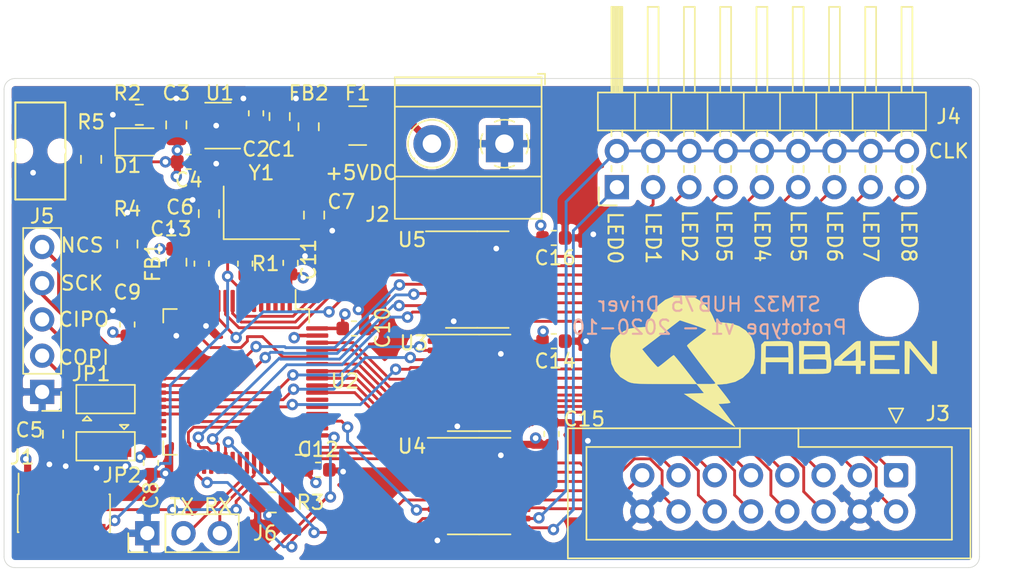
<source format=kicad_pcb>
(kicad_pcb (version 20171130) (host pcbnew 5.1.6-c6e7f7d~87~ubuntu20.04.1)
  (layers (0 F.Cu signal) (1 In1.Cu power) (2 In2.Cu power) (31 B.Cu signal) (34 B.Paste user) (35 F.Paste user) (36 B.SilkS user) (37 F.SilkS user) (38 B.Mask user) (39 F.Mask user) (44 Edge.Cuts user))
  (net 0 "")
  (net 1 GND)
  (net 2 "Net-(C1-Pad1)")
  (net 3 +3V3)
  (net 4 Vcap)
  (net 5 "Net-(C6-Pad2)")
  (net 6 OSC_IN)
  (net 7 +3.3VA)
  (net 8 "Net-(D1-Pad1)")
  (net 9 +5V)
  (net 10 SWDIO)
  (net 11 SWCLK)
  (net 12 "Net-(J1-Pad6)")
  (net 13 "Net-(J1-Pad7)")
  (net 14 "Net-(J1-Pad8)")
  (net 15 ~RESET)
  (net 16 R0)
  (net 17 B0)
  (net 18 R1)
  (net 19 B1)
  (net 20 A)
  (net 21 C)
  (net 22 CLK)
  (net 23 G0)
  (net 24 G1)
  (net 25 E)
  (net 26 B)
  (net 27 D)
  (net 28 LAT)
  (net 29 LED_0)
  (net 30 LED_CLK)
  (net 31 LED_1)
  (net 32 LED_2)
  (net 33 LED_3)
  (net 34 LED_4)
  (net 35 LED_5)
  (net 36 LED_6)
  (net 37 LED_7)
  (net 38 LED_8)
  (net 39 SPI1_COPI)
  (net 40 SPI1_CIPO)
  (net 41 SPI1_SCK)
  (net 42 SPI1_NCS)
  (net 43 UART1_TX)
  (net 44 UART1_RX)
  (net 45 PB11)
  (net 46 30)
  (net 47 31)
  (net 48 47)
  (net 49 OSC_OUT)
  (net 50 "Net-(U1-Pad4)")
  (net 51 "Net-(U2-Pad2)")
  (net 52 "Net-(U2-Pad3)")
  (net 53 "Net-(U2-Pad4)")
  (net 54 PC0)
  (net 55 PC1)
  (net 56 PC2)
  (net 57 PC3)
  (net 58 "Net-(U2-Pad14)")
  (net 59 "Net-(U2-Pad15)")
  (net 60 "Net-(U2-Pad16)")
  (net 61 "Net-(U2-Pad17)")
  (net 62 PC4)
  (net 63 PC5)
  (net 64 PB0)
  (net 65 PB1)
  (net 66 PB2)
  (net 67 PB10)
  (net 68 PB12)
  (net 69 PB13)
  (net 70 PB14)
  (net 71 PB15)
  (net 72 PC6)
  (net 73 PC7)
  (net 74 PC8)
  (net 75 "Net-(U2-Pad40)")
  (net 76 "Net-(U2-Pad41)")
  (net 77 "Net-(U2-Pad44)")
  (net 78 "Net-(U2-Pad45)")
  (net 79 "Net-(U2-Pad50)")
  (net 80 PC10)
  (net 81 "Net-(U2-Pad52)")
  (net 82 "Net-(U2-Pad53)")
  (net 83 "Net-(U2-Pad54)")
  (net 84 PB3)
  (net 85 PB4)
  (net 86 PB5)
  (net 87 PB6)
  (net 88 PB7)
  (net 89 BOOT0)
  (net 90 PB8)
  (net 91 PB9)
  (net 92 ~OE)
  (net 93 "Net-(F1-Pad1)")
  (module BVH_Switches:Tac_SMD_6.4mm_Side_SPST_NO (layer F.Cu) (at 143.764 106.68 270)
    (fp_text reference SW1)
    (fp_text value SW_SPST)
    (pad 1 smd rect (at 2.8 -0.85 270) (size 1.2 1) (layers F.Cu F.Paste F.Mask) (net 15 ~RESET))
    (pad 2 smd rect (at 2.8 0.85 270) (size 1.2 1) (layers F.Cu F.Paste F.Mask) (net 1 GND))
    (pad 2 smd rect (at -2.8 0.85 270) (size 1.2 1) (layers F.Cu F.Paste F.Mask) (net 1 GND))
    (pad 1 smd rect (at -2.8 -0.75 270) (size 1.2 1) (layers F.Cu F.Paste F.Mask) (net 15 ~RESET))
    (pad "" np_thru_hole circle (at 0 1.375 270) (size 0.75 0.75) (drill 0.75) (layers *.Cu *.Mask))
    (pad "" np_thru_hole circle (at 0 -1.375 270) (size 0.75 0.75) (drill 0.75) (layers *.Cu *.Mask))
  )
  (module Resistor_SMD:R_0805_2012Metric (layer F.Cu) (at 147.32 107.2665 270)
    (fp_text reference R5 (at -2.6185 0 180) (layer F.SilkS))
    (fp_text value 10k)
    (pad 2 smd roundrect (at 0.9375 0 270) (size 0.975 1.4) (layers F.Cu F.Paste F.Mask) (net 15 ~RESET))
    (pad 1 smd roundrect (at -0.9375 0 270) (size 0.975 1.4) (layers F.Cu F.Paste F.Mask) (net 3 +3V3))
  )
  (module Resistor_SMD:R_0805_2012Metric (layer F.Cu) (at 149.86 113.2055 90)
    (fp_text reference R4 (at 2.4615 0 180) (layer F.SilkS))
    (fp_text value 10k)
    (pad 2 smd roundrect (at 0.9375 0 90) (size 0.975 1.4) (layers F.Cu F.Paste F.Mask) (net 1 GND))
    (pad 1 smd roundrect (at -0.9375 0 90) (size 0.975 1.4) (layers F.Cu F.Paste F.Mask) (net 89 BOOT0))
  )
  (module MountingHole:MountingHole_3.2mm_M3 (layer F.Cu) (at 203.2 117.602)
    (fp_text reference REF** hide)
    (fp_text value MountingHole_3.2mm_M3)
    (pad 1 np_thru_hole circle (at 0 0) (size 3.2 3.2) (drill 3.2) (layers *.Cu *.Mask))
  )
  (module BVH_Logos:AB4EN_Orbitron2 (layer F.Cu) (at 200.406 121.158)
    (fp_text reference G*** hide)
    (fp_text value LOGO hide)
  )
  (module BVH_Logos:SkyIron_logo (layer F.Cu) (at 188.722 121.412)
    (fp_text reference G*** hide)
    (fp_text value LOGO hide)
  )
  (module Resistor_SMD:R_0805_2012Metric_Pad1.15x1.40mm_HandSolder (layer F.Cu) (at 160.011 131.318)
    (fp_text reference R3 (at 2.676 0) (layer F.SilkS))
    (fp_text value R_Small)
    (pad 2 smd roundrect (at 1.025 0) (size 1.15 1.4) (layers F.Cu F.Paste F.Mask) (roundrect_rratio 0.217391) (net 48 47))
    (pad 1 smd roundrect (at -1.025 0) (size 1.15 1.4) (layers F.Cu F.Paste F.Mask) (roundrect_rratio 0.217391) (net 1 GND))
  )
  (module Capacitor_SMD:C_0603_1608Metric (layer F.Cu) (at 179.7305 112.776)
    (fp_text reference C16 (at 0.1015 1.397) (layer F.SilkS))
    (fp_text value 0.1uF)
    (pad 1 smd roundrect (at -0.7875 0) (size 0.875 0.95) (layers F.Cu F.Paste F.Mask) (net 9 +5V))
    (pad 2 smd roundrect (at 0.7875 0) (size 0.875 0.95) (layers F.Cu F.Paste F.Mask) (net 1 GND))
  )
  (module Package_SO:TSSOP-20_4.4x6.5mm_P0.65mm (layer F.Cu) (at 174.371 115.697)
    (fp_text reference U5 (at -4.572 -2.794) (layer F.SilkS))
    (fp_text value 74HC245)
    (pad 1 smd roundrect (at -2.8625 -2.925) (size 1.475 0.4) (layers F.Cu F.Paste F.Mask) (net 9 +5V))
    (pad 2 smd roundrect (at -2.8625 -2.275) (size 1.475 0.4) (layers F.Cu F.Paste F.Mask) (net 54 PC0))
    (pad 3 smd roundrect (at -2.8625 -1.625) (size 1.475 0.4) (layers F.Cu F.Paste F.Mask) (net 55 PC1))
    (pad 4 smd roundrect (at -2.8625 -0.975) (size 1.475 0.4) (layers F.Cu F.Paste F.Mask) (net 56 PC2))
    (pad 5 smd roundrect (at -2.8625 -0.325) (size 1.475 0.4) (layers F.Cu F.Paste F.Mask) (net 57 PC3))
    (pad 6 smd roundrect (at -2.8625 0.325) (size 1.475 0.4) (layers F.Cu F.Paste F.Mask) (net 62 PC4))
    (pad 7 smd roundrect (at -2.8625 0.975) (size 1.475 0.4) (layers F.Cu F.Paste F.Mask) (net 63 PC5))
    (pad 8 smd roundrect (at -2.8625 1.625) (size 1.475 0.4) (layers F.Cu F.Paste F.Mask) (net 72 PC6))
    (pad 9 smd roundrect (at -2.8625 2.275) (size 1.475 0.4) (layers F.Cu F.Paste F.Mask) (net 73 PC7))
    (pad 10 smd roundrect (at -2.8625 2.925) (size 1.475 0.4) (layers F.Cu F.Paste F.Mask) (net 1 GND))
    (pad 11 smd roundrect (at 2.8625 2.925) (size 1.475 0.4) (layers F.Cu F.Paste F.Mask) (net 38 LED_8))
    (pad 12 smd roundrect (at 2.8625 2.275) (size 1.475 0.4) (layers F.Cu F.Paste F.Mask) (net 37 LED_7))
    (pad 13 smd roundrect (at 2.8625 1.625) (size 1.475 0.4) (layers F.Cu F.Paste F.Mask) (net 36 LED_6))
    (pad 14 smd roundrect (at 2.8625 0.975) (size 1.475 0.4) (layers F.Cu F.Paste F.Mask) (net 35 LED_5))
    (pad 15 smd roundrect (at 2.8625 0.325) (size 1.475 0.4) (layers F.Cu F.Paste F.Mask) (net 34 LED_4))
    (pad 16 smd roundrect (at 2.8625 -0.325) (size 1.475 0.4) (layers F.Cu F.Paste F.Mask) (net 33 LED_3))
    (pad 17 smd roundrect (at 2.8625 -0.975) (size 1.475 0.4) (layers F.Cu F.Paste F.Mask) (net 32 LED_2))
    (pad 18 smd roundrect (at 2.8625 -1.625) (size 1.475 0.4) (layers F.Cu F.Paste F.Mask) (net 31 LED_1))
    (pad 19 smd roundrect (at 2.8625 -2.275) (size 1.475 0.4) (layers F.Cu F.Paste F.Mask) (net 1 GND))
    (pad 20 smd roundrect (at 2.8625 -2.925) (size 1.475 0.4) (layers F.Cu F.Paste F.Mask) (net 9 +5V))
  )
  (module Inductor_SMD:L_0805_2012Metric (layer F.Cu) (at 162.56 104.9805 270)
    (fp_text reference FB2 (at -2.3645 0 180) (layer F.SilkS))
    (fp_text value "100 Ohm")
    (pad 2 smd roundrect (at 0.9375 0 270) (size 0.975 1.4) (layers F.Cu F.Paste F.Mask) (net 93 "Net-(F1-Pad1)"))
    (pad 1 smd roundrect (at -0.9375 0 270) (size 0.975 1.4) (layers F.Cu F.Paste F.Mask) (net 2 "Net-(C1-Pad1)"))
  )
  (module Connector_IDC:IDC-Header_2x08_P2.54mm_Vertical (layer F.Cu) (at 203.708 129.413 270)
    (fp_text reference J3 (at -4.318 -2.921 180) (layer F.SilkS))
    (fp_text value HUB75)
    (pad 16 thru_hole circle (at 2.54 17.78 270) (size 1.7 1.7) (drill 1) (layers *.Cu *.Mask) (net 1 GND))
    (pad 14 thru_hole circle (at 2.54 15.24 270) (size 1.7 1.7) (drill 1) (layers *.Cu *.Mask) (net 28 LAT))
    (pad 12 thru_hole circle (at 2.54 12.7 270) (size 1.7 1.7) (drill 1) (layers *.Cu *.Mask) (net 27 D))
    (pad 10 thru_hole circle (at 2.54 10.16 270) (size 1.7 1.7) (drill 1) (layers *.Cu *.Mask) (net 26 B))
    (pad 8 thru_hole circle (at 2.54 7.62 270) (size 1.7 1.7) (drill 1) (layers *.Cu *.Mask) (net 25 E))
    (pad 6 thru_hole circle (at 2.54 5.08 270) (size 1.7 1.7) (drill 1) (layers *.Cu *.Mask) (net 24 G1))
    (pad 4 thru_hole circle (at 2.54 2.54 270) (size 1.7 1.7) (drill 1) (layers *.Cu *.Mask) (net 1 GND))
    (pad 2 thru_hole circle (at 2.54 0 270) (size 1.7 1.7) (drill 1) (layers *.Cu *.Mask) (net 23 G0))
    (pad 15 thru_hole circle (at 0 17.78 270) (size 1.7 1.7) (drill 1) (layers *.Cu *.Mask) (net 92 ~OE))
    (pad 13 thru_hole circle (at 0 15.24 270) (size 1.7 1.7) (drill 1) (layers *.Cu *.Mask) (net 22 CLK))
    (pad 11 thru_hole circle (at 0 12.7 270) (size 1.7 1.7) (drill 1) (layers *.Cu *.Mask) (net 21 C))
    (pad 9 thru_hole circle (at 0 10.16 270) (size 1.7 1.7) (drill 1) (layers *.Cu *.Mask) (net 20 A))
    (pad 7 thru_hole circle (at 0 7.62 270) (size 1.7 1.7) (drill 1) (layers *.Cu *.Mask) (net 19 B1))
    (pad 5 thru_hole circle (at 0 5.08 270) (size 1.7 1.7) (drill 1) (layers *.Cu *.Mask) (net 18 R1))
    (pad 3 thru_hole circle (at 0 2.54 270) (size 1.7 1.7) (drill 1) (layers *.Cu *.Mask) (net 17 B0))
    (pad 1 thru_hole roundrect (at 0 0 270) (size 1.7 1.7) (drill 1) (layers *.Cu *.Mask) (roundrect_rratio 0.147059) (net 16 R0))
  )
  (module Capacitor_SMD:C_0805_2012Metric (layer F.Cu) (at 160.528 104.267 90)
    (fp_text reference C1 (at -2.286 0.127 180) (layer F.SilkS))
    (fp_text value 10uF)
    (pad 2 smd roundrect (at 0.9375 0 90) (size 0.975 1.4) (layers F.Cu F.Paste F.Mask) (net 1 GND))
    (pad 1 smd roundrect (at -0.9375 0 90) (size 0.975 1.4) (layers F.Cu F.Paste F.Mask) (net 2 "Net-(C1-Pad1)"))
  )
  (module Capacitor_SMD:C_0603_1608Metric (layer F.Cu) (at 158.877 104.0385 90)
    (fp_text reference C2 (at -2.5145 0 180) (layer F.SilkS))
    (fp_text value 0.1uF)
    (pad 2 smd roundrect (at 0.7875 0 90) (size 0.875 0.95) (layers F.Cu F.Paste F.Mask) (net 1 GND))
    (pad 1 smd roundrect (at -0.7875 0 90) (size 0.875 0.95) (layers F.Cu F.Paste F.Mask) (net 2 "Net-(C1-Pad1)"))
  )
  (module Capacitor_SMD:C_0805_2012Metric (layer F.Cu) (at 153.289 104.8535 90)
    (fp_text reference C3 (at 2.2375 0 180) (layer F.SilkS))
    (fp_text value 10uF)
    (pad 1 smd roundrect (at -0.9375 0 90) (size 0.975 1.4) (layers F.Cu F.Paste F.Mask) (net 3 +3V3))
    (pad 2 smd roundrect (at 0.9375 0 90) (size 0.975 1.4) (layers F.Cu F.Paste F.Mask) (net 1 GND))
  )
  (module Capacitor_SMD:C_0603_1608Metric (layer F.Cu) (at 154.1525 107.442)
    (fp_text reference C4 (at 0 1.27) (layer F.SilkS))
    (fp_text value 0.1uF)
    (pad 1 smd roundrect (at -0.7875 0) (size 0.875 0.95) (layers F.Cu F.Paste F.Mask) (net 3 +3V3))
    (pad 2 smd roundrect (at 0.7875 0) (size 0.875 0.95) (layers F.Cu F.Paste F.Mask) (net 1 GND))
  )
  (module Capacitor_SMD:C_0805_2012Metric (layer F.Cu) (at 144.653 126.5405 270)
    (fp_text reference C5 (at -0.3025 1.651 180) (layer F.SilkS))
    (fp_text value 4.7uF)
    (pad 1 smd roundrect (at -0.9375 0 270) (size 0.975 1.4) (layers F.Cu F.Paste F.Mask) (net 4 Vcap))
    (pad 2 smd roundrect (at 0.9375 0 270) (size 0.975 1.4) (layers F.Cu F.Paste F.Mask) (net 1 GND))
  )
  (module Capacitor_SMD:C_0805_2012Metric (layer F.Cu) (at 155.575 111.0765 270)
    (fp_text reference C6 (at -0.4595 2.032 180) (layer F.SilkS))
    (fp_text value 12pF)
    (pad 1 smd roundrect (at -0.9375 0 270) (size 0.975 1.4) (layers F.Cu F.Paste F.Mask) (net 1 GND))
    (pad 2 smd roundrect (at 0.9375 0 270) (size 0.975 1.4) (layers F.Cu F.Paste F.Mask) (net 5 "Net-(C6-Pad2)"))
  )
  (module Capacitor_SMD:C_0805_2012Metric (layer F.Cu) (at 162.941 111.1735 90)
    (fp_text reference C7 (at 0.9375 1.905 180) (layer F.SilkS))
    (fp_text value 12pF)
    (pad 2 smd roundrect (at 0.9375 0 90) (size 0.975 1.4) (layers F.Cu F.Paste F.Mask) (net 6 OSC_IN))
    (pad 1 smd roundrect (at -0.9375 0 90) (size 0.975 1.4) (layers F.Cu F.Paste F.Mask) (net 1 GND))
  )
  (module Capacitor_SMD:C_0603_1608Metric (layer F.Cu) (at 151.511 128.5495 270)
    (fp_text reference C8 (at 2.2605 0 90) (layer F.SilkS))
    (fp_text value 0.1uF)
    (pad 2 smd roundrect (at 0.7875 0 270) (size 0.875 0.95) (layers F.Cu F.Paste F.Mask) (net 1 GND))
    (pad 1 smd roundrect (at -0.7875 0 270) (size 0.875 0.95) (layers F.Cu F.Paste F.Mask) (net 3 +3V3))
  )
  (module Capacitor_SMD:C_0603_1608Metric (layer F.Cu) (at 149.86 118.8465 90)
    (fp_text reference C9 (at 2.2605 0 180) (layer F.SilkS))
    (fp_text value 0.1uF)
    (pad 1 smd roundrect (at -0.7875 0 90) (size 0.875 0.95) (layers F.Cu F.Paste F.Mask) (net 3 +3V3))
    (pad 2 smd roundrect (at 0.7875 0 90) (size 0.875 0.95) (layers F.Cu F.Paste F.Mask) (net 1 GND))
  )
  (module Capacitor_SMD:C_0603_1608Metric (layer F.Cu) (at 165.735 119.126)
    (fp_text reference C10 (at 2.0065 -0.051 270) (layer F.SilkS))
    (fp_text value 0.1uF)
    (pad 2 smd roundrect (at 0.7875 0) (size 0.875 0.95) (layers F.Cu F.Paste F.Mask) (net 1 GND))
    (pad 1 smd roundrect (at -0.7875 0) (size 0.875 0.95) (layers F.Cu F.Paste F.Mask) (net 3 +3V3))
  )
  (module Capacitor_SMD:C_0603_1608Metric (layer F.Cu) (at 161.29 114.5285 90)
    (fp_text reference C11 (at 0.2285 1.27 90) (layer F.SilkS))
    (fp_text value 0.1uF)
    (pad 1 smd roundrect (at -0.7875 0 90) (size 0.875 0.95) (layers F.Cu F.Paste F.Mask) (net 3 +3V3))
    (pad 2 smd roundrect (at 0.7875 0 90) (size 0.875 0.95) (layers F.Cu F.Paste F.Mask) (net 1 GND))
  )
  (module Capacitor_SMD:C_0603_1608Metric (layer F.Cu) (at 163.2205 129.032)
    (fp_text reference C12 (at 0 -1.43) (layer F.SilkS))
    (fp_text value 0.1uF)
    (pad 2 smd roundrect (at 0.7875 0) (size 0.875 0.95) (layers F.Cu F.Paste F.Mask) (net 1 GND))
    (pad 1 smd roundrect (at -0.7875 0) (size 0.875 0.95) (layers F.Cu F.Paste F.Mask) (net 3 +3V3))
  )
  (module Capacitor_SMD:C_0603_1608Metric (layer F.Cu) (at 155.067 114.5795 90)
    (fp_text reference C13 (at 2.4385 -2.159 180) (layer F.SilkS))
    (fp_text value 0.1uF)
    (pad 1 smd roundrect (at -0.7875 0 90) (size 0.875 0.95) (layers F.Cu F.Paste F.Mask) (net 7 +3.3VA))
    (pad 2 smd roundrect (at 0.7875 0 90) (size 0.875 0.95) (layers F.Cu F.Paste F.Mask) (net 1 GND))
  )
  (module Capacitor_SMD:C_0603_1608Metric (layer F.Cu) (at 179.7305 120.015)
    (fp_text reference C14 (at 0.1015 1.397) (layer F.SilkS))
    (fp_text value 0.1uF)
    (pad 2 smd roundrect (at 0.7875 0) (size 0.875 0.95) (layers F.Cu F.Paste F.Mask) (net 1 GND))
    (pad 1 smd roundrect (at -0.7875 0) (size 0.875 0.95) (layers F.Cu F.Paste F.Mask) (net 9 +5V))
  )
  (module Capacitor_SMD:C_0603_1608Metric (layer F.Cu) (at 179.578 126.5175 90)
    (fp_text reference C15 (at 1.0415 2.286 180) (layer F.SilkS))
    (fp_text value 0.1uF)
    (pad 1 smd roundrect (at -0.7875 0 90) (size 0.875 0.95) (layers F.Cu F.Paste F.Mask) (net 9 +5V))
    (pad 2 smd roundrect (at 0.7875 0 90) (size 0.875 0.95) (layers F.Cu F.Paste F.Mask) (net 1 GND))
  )
  (module LED_SMD:LED_0805_2012Metric (layer F.Cu) (at 150.7005 106.045)
    (fp_text reference D1 (at -0.8405 1.651) (layer F.SilkS))
    (fp_text value LED)
    (pad 1 smd roundrect (at -0.9375 0) (size 0.975 1.4) (layers F.Cu F.Paste F.Mask) (net 8 "Net-(D1-Pad1)"))
    (pad 2 smd roundrect (at 0.9375 0) (size 0.975 1.4) (layers F.Cu F.Paste F.Mask) (net 3 +3V3))
  )
  (module Fuse:Fuse_1210_3225Metric (layer F.Cu) (at 165.992 104.902)
    (fp_text reference F1 (at 0 -2.28) (layer F.SilkS))
    (fp_text value 500mA)
    (pad 1 smd roundrect (at -1.4 0) (size 1.25 2.65) (layers F.Cu F.Paste F.Mask) (roundrect_rratio 0.2) (net 93 "Net-(F1-Pad1)"))
    (pad 2 smd roundrect (at 1.4 0) (size 1.25 2.65) (layers F.Cu F.Paste F.Mask) (roundrect_rratio 0.2) (net 9 +5V))
  )
  (module Inductor_SMD:L_0805_2012Metric (layer F.Cu) (at 153.289 114.4755 90)
    (fp_text reference FB1 (at 0 -1.65 90) (layer F.SilkS))
    (fp_text value "100 Ohm")
    (pad 1 smd roundrect (at -0.9375 0 90) (size 0.975 1.4) (layers F.Cu F.Paste F.Mask) (net 7 +3.3VA))
    (pad 2 smd roundrect (at 0.9375 0 90) (size 0.975 1.4) (layers F.Cu F.Paste F.Mask) (net 3 +3V3))
  )
  (module BVH_Connectors_Misc:Cortex_Debug_PinSocket_2x05_P1.27mm_Vertical_SMD (layer F.Cu) (at 145.415 132.08 90)
    (fp_text reference J1 (at 3.937 -2.921 180) (layer F.SilkS))
    (fp_text value DBG)
    (pad 1 smd rect (at 1.8 -2.54 90) (size 2.1 0.75) (layers F.Cu F.Paste F.Mask) (net 3 +3V3))
    (pad 2 smd rect (at -1.8 -2.54 90) (size 2.1 0.75) (layers F.Cu F.Paste F.Mask) (net 10 SWDIO))
    (pad 3 smd rect (at 1.8 -1.27 90) (size 2.1 0.75) (layers F.Cu F.Paste F.Mask) (net 1 GND))
    (pad 4 smd rect (at -1.8 -1.27 90) (size 2.1 0.75) (layers F.Cu F.Paste F.Mask) (net 11 SWCLK))
    (pad 5 smd rect (at 1.8 0 90) (size 2.1 0.75) (layers F.Cu F.Paste F.Mask) (net 1 GND))
    (pad 6 smd rect (at -1.8 0 90) (size 2.1 0.75) (layers F.Cu F.Paste F.Mask) (net 12 "Net-(J1-Pad6)"))
    (pad 7 smd rect (at 1.8 1.27 90) (size 2.1 0.75) (layers F.Cu F.Paste F.Mask) (net 13 "Net-(J1-Pad7)"))
    (pad 8 smd rect (at -1.8 1.27 90) (size 2.1 0.75) (layers F.Cu F.Paste F.Mask) (net 14 "Net-(J1-Pad8)"))
    (pad 9 smd rect (at 1.8 2.54 90) (size 2.1 0.75) (layers F.Cu F.Paste F.Mask) (net 1 GND))
    (pad 10 smd rect (at -1.8 2.54 90) (size 2.1 0.75) (layers F.Cu F.Paste F.Mask) (net 15 ~RESET))
  )
  (module TerminalBlock_Phoenix:TerminalBlock_Phoenix_MKDS-1,5-2-5.08_1x02_P5.08mm_Horizontal (layer F.Cu) (at 176.276 106.172 180)
    (fp_text reference J2 (at 8.89 -4.953) (layer F.SilkS))
    (fp_text value "5V PWR")
    (pad 1 thru_hole rect (at 0 0 180) (size 2.6 2.6) (drill 1.3) (layers *.Cu *.Mask) (net 1 GND))
    (pad 2 thru_hole circle (at 5.08 0 180) (size 2.6 2.6) (drill 1.3) (layers *.Cu *.Mask) (net 9 +5V))
  )
  (module Connector_PinHeader_2.54mm:PinHeader_2x09_P2.54mm_Horizontal (layer F.Cu) (at 184.15 109.22 90)
    (fp_text reference J4 (at 4.953 23.241 180) (layer F.SilkS))
    (fp_text value LEDs)
    (pad 1 thru_hole rect (at 0 0 90) (size 1.7 1.7) (drill 1) (layers *.Cu *.Mask) (net 29 LED_0))
    (pad 2 thru_hole oval (at 2.54 0 90) (size 1.7 1.7) (drill 1) (layers *.Cu *.Mask) (net 30 LED_CLK))
    (pad 3 thru_hole oval (at 0 2.54 90) (size 1.7 1.7) (drill 1) (layers *.Cu *.Mask) (net 31 LED_1))
    (pad 4 thru_hole oval (at 2.54 2.54 90) (size 1.7 1.7) (drill 1) (layers *.Cu *.Mask) (net 30 LED_CLK))
    (pad 5 thru_hole oval (at 0 5.08 90) (size 1.7 1.7) (drill 1) (layers *.Cu *.Mask) (net 32 LED_2))
    (pad 6 thru_hole oval (at 2.54 5.08 90) (size 1.7 1.7) (drill 1) (layers *.Cu *.Mask) (net 30 LED_CLK))
    (pad 7 thru_hole oval (at 0 7.62 90) (size 1.7 1.7) (drill 1) (layers *.Cu *.Mask) (net 33 LED_3))
    (pad 8 thru_hole oval (at 2.54 7.62 90) (size 1.7 1.7) (drill 1) (layers *.Cu *.Mask) (net 30 LED_CLK))
    (pad 9 thru_hole oval (at 0 10.16 90) (size 1.7 1.7) (drill 1) (layers *.Cu *.Mask) (net 34 LED_4))
    (pad 10 thru_hole oval (at 2.54 10.16 90) (size 1.7 1.7) (drill 1) (layers *.Cu *.Mask) (net 30 LED_CLK))
    (pad 11 thru_hole oval (at 0 12.7 90) (size 1.7 1.7) (drill 1) (layers *.Cu *.Mask) (net 35 LED_5))
    (pad 12 thru_hole oval (at 2.54 12.7 90) (size 1.7 1.7) (drill 1) (layers *.Cu *.Mask) (net 30 LED_CLK))
    (pad 13 thru_hole oval (at 0 15.24 90) (size 1.7 1.7) (drill 1) (layers *.Cu *.Mask) (net 36 LED_6))
    (pad 14 thru_hole oval (at 2.54 15.24 90) (size 1.7 1.7) (drill 1) (layers *.Cu *.Mask) (net 30 LED_CLK))
    (pad 15 thru_hole oval (at 0 17.78 90) (size 1.7 1.7) (drill 1) (layers *.Cu *.Mask) (net 37 LED_7))
    (pad 16 thru_hole oval (at 2.54 17.78 90) (size 1.7 1.7) (drill 1) (layers *.Cu *.Mask) (net 30 LED_CLK))
    (pad 17 thru_hole oval (at 0 20.32 90) (size 1.7 1.7) (drill 1) (layers *.Cu *.Mask) (net 38 LED_8))
    (pad 18 thru_hole oval (at 2.54 20.32 90) (size 1.7 1.7) (drill 1) (layers *.Cu *.Mask) (net 30 LED_CLK))
  )
  (module Connector_PinHeader_2.54mm:PinHeader_1x05_P2.54mm_Vertical (layer F.Cu) (at 143.891 123.571 180)
    (fp_text reference J5 (at 0 12.319) (layer F.SilkS))
    (fp_text value SPI)
    (pad 1 thru_hole rect (at 0 0 180) (size 1.7 1.7) (drill 1) (layers *.Cu *.Mask) (net 1 GND))
    (pad 2 thru_hole oval (at 0 2.54 180) (size 1.7 1.7) (drill 1) (layers *.Cu *.Mask) (net 39 SPI1_COPI))
    (pad 3 thru_hole oval (at 0 5.08 180) (size 1.7 1.7) (drill 1) (layers *.Cu *.Mask) (net 40 SPI1_CIPO))
    (pad 4 thru_hole oval (at 0 7.62 180) (size 1.7 1.7) (drill 1) (layers *.Cu *.Mask) (net 41 SPI1_SCK))
    (pad 5 thru_hole oval (at 0 10.16 180) (size 1.7 1.7) (drill 1) (layers *.Cu *.Mask) (net 42 SPI1_NCS))
  )
  (module Connector_PinHeader_2.54mm:PinHeader_1x03_P2.54mm_Vertical (layer F.Cu) (at 151.257 133.477 90)
    (fp_text reference J6 (at 0 8.255 180) (layer F.SilkS))
    (fp_text value UART)
    (pad 1 thru_hole rect (at 0 0 90) (size 1.7 1.7) (drill 1) (layers *.Cu *.Mask) (net 1 GND))
    (pad 2 thru_hole oval (at 0 2.54 90) (size 1.7 1.7) (drill 1) (layers *.Cu *.Mask) (net 43 UART1_TX))
    (pad 3 thru_hole oval (at 0 5.08 90) (size 1.7 1.7) (drill 1) (layers *.Cu *.Mask) (net 44 UART1_RX))
  )
  (module Jumper:SolderJumper-3_P1.3mm_Bridged12_Pad1.0x1.5mm (layer F.Cu) (at 148.336 124.079)
    (fp_text reference JP1 (at -1.016 -1.778) (layer F.SilkS))
    (fp_text value Jumper_3_Bridged12 hide)
    (fp_poly (pts (xy -0.9 -0.3) (xy -0.4 -0.3) (xy -0.4 0.3) (xy -0.9 0.3)) (layer F.Cu) (width 0))
    (pad 1 smd rect (at -1.3 0) (size 1 1.5) (layers F.Cu F.Mask) (net 4 Vcap))
    (pad 3 smd rect (at 1.3 0) (size 1 1.5) (layers F.Cu F.Mask) (net 45 PB11))
    (pad 2 smd rect (at 0 0) (size 1 1.5) (layers F.Cu F.Mask) (net 46 30))
  )
  (module Jumper:SolderJumper-3_P1.3mm_Bridged12_Pad1.0x1.5mm (layer F.Cu) (at 148.336 127.381 180)
    (fp_text reference JP2 (at -1.143 -2.032) (layer F.SilkS))
    (fp_text value Jumper_3_Bridged12 hide)
    (fp_poly (pts (xy -0.9 -0.3) (xy -0.4 -0.3) (xy -0.4 0.3) (xy -0.9 0.3)) (layer F.Cu) (width 0))
    (pad 2 smd rect (at 0 0 180) (size 1 1.5) (layers F.Cu F.Mask) (net 47 31))
    (pad 3 smd rect (at 1.3 0 180) (size 1 1.5) (layers F.Cu F.Mask) (net 4 Vcap))
    (pad 1 smd rect (at -1.3 0 180) (size 1 1.5) (layers F.Cu F.Mask) (net 1 GND))
  )
  (module Resistor_SMD:R_0603_1608Metric (layer F.Cu) (at 158.115 114.5795 270)
    (fp_text reference R1 (at 0 -1.43 180) (layer F.SilkS))
    (fp_text value 0)
    (pad 1 smd roundrect (at -0.7875 0 270) (size 0.875 0.95) (layers F.Cu F.Paste F.Mask) (net 5 "Net-(C6-Pad2)"))
    (pad 2 smd roundrect (at 0.7875 0 270) (size 0.875 0.95) (layers F.Cu F.Paste F.Mask) (net 49 OSC_OUT))
  )
  (module Resistor_SMD:R_0805_2012Metric (layer F.Cu) (at 150.7005 104.14)
    (fp_text reference R2 (at -0.8405 -1.524) (layer F.SilkS))
    (fp_text value 1k)
    (pad 1 smd roundrect (at -0.9375 0) (size 0.975 1.4) (layers F.Cu F.Paste F.Mask) (net 1 GND))
    (pad 2 smd roundrect (at 0.9375 0) (size 0.975 1.4) (layers F.Cu F.Paste F.Mask) (net 8 "Net-(D1-Pad1)"))
  )
  (module Package_TO_SOT_SMD:SOT-23-5 (layer F.Cu) (at 156.21 104.902 180)
    (fp_text reference U1 (at -0.127 2.286) (layer F.SilkS))
    (fp_text value AP2112K-3.3)
    (pad 1 smd rect (at -1.1 -0.95 180) (size 1.06 0.65) (layers F.Cu F.Paste F.Mask) (net 2 "Net-(C1-Pad1)"))
    (pad 2 smd rect (at -1.1 0 180) (size 1.06 0.65) (layers F.Cu F.Paste F.Mask) (net 1 GND))
    (pad 3 smd rect (at -1.1 0.95 180) (size 1.06 0.65) (layers F.Cu F.Paste F.Mask) (net 2 "Net-(C1-Pad1)"))
    (pad 4 smd rect (at 1.1 0.95 180) (size 1.06 0.65) (layers F.Cu F.Paste F.Mask) (net 50 "Net-(U1-Pad4)"))
    (pad 5 smd rect (at 1.1 -0.95 180) (size 1.06 0.65) (layers F.Cu F.Paste F.Mask) (net 3 +3V3))
  )
  (module Package_QFP:LQFP-64_10x10mm_P0.5mm (layer F.Cu) (at 157.485999 122.871001 270)
    (fp_text reference U2 (at -0.062001 -7.614001 180) (layer F.SilkS))
    (fp_text value STM32F411RETx)
    (pad 1 smd roundrect (at -5.675 -3.75 270) (size 1.55 0.3) (layers F.Cu F.Paste F.Mask) (net 3 +3V3))
    (pad 2 smd roundrect (at -5.675 -3.25 270) (size 1.55 0.3) (layers F.Cu F.Paste F.Mask) (net 51 "Net-(U2-Pad2)"))
    (pad 3 smd roundrect (at -5.675 -2.75 270) (size 1.55 0.3) (layers F.Cu F.Paste F.Mask) (net 52 "Net-(U2-Pad3)"))
    (pad 4 smd roundrect (at -5.675 -2.25 270) (size 1.55 0.3) (layers F.Cu F.Paste F.Mask) (net 53 "Net-(U2-Pad4)"))
    (pad 5 smd roundrect (at -5.675 -1.75 270) (size 1.55 0.3) (layers F.Cu F.Paste F.Mask) (net 6 OSC_IN))
    (pad 6 smd roundrect (at -5.675 -1.25 270) (size 1.55 0.3) (layers F.Cu F.Paste F.Mask) (net 49 OSC_OUT))
    (pad 7 smd roundrect (at -5.675 -0.75 270) (size 1.55 0.3) (layers F.Cu F.Paste F.Mask) (net 15 ~RESET))
    (pad 8 smd roundrect (at -5.675 -0.25 270) (size 1.55 0.3) (layers F.Cu F.Paste F.Mask) (net 54 PC0))
    (pad 9 smd roundrect (at -5.675 0.25 270) (size 1.55 0.3) (layers F.Cu F.Paste F.Mask) (net 55 PC1))
    (pad 10 smd roundrect (at -5.675 0.75 270) (size 1.55 0.3) (layers F.Cu F.Paste F.Mask) (net 56 PC2))
    (pad 11 smd roundrect (at -5.675 1.25 270) (size 1.55 0.3) (layers F.Cu F.Paste F.Mask) (net 57 PC3))
    (pad 12 smd roundrect (at -5.675 1.75 270) (size 1.55 0.3) (layers F.Cu F.Paste F.Mask) (net 1 GND))
    (pad 13 smd roundrect (at -5.675 2.25 270) (size 1.55 0.3) (layers F.Cu F.Paste F.Mask) (net 7 +3.3VA))
    (pad 14 smd roundrect (at -5.675 2.75 270) (size 1.55 0.3) (layers F.Cu F.Paste F.Mask) (net 58 "Net-(U2-Pad14)"))
    (pad 15 smd roundrect (at -5.675 3.25 270) (size 1.55 0.3) (layers F.Cu F.Paste F.Mask) (net 59 "Net-(U2-Pad15)"))
    (pad 16 smd roundrect (at -5.675 3.75 270) (size 1.55 0.3) (layers F.Cu F.Paste F.Mask) (net 60 "Net-(U2-Pad16)"))
    (pad 17 smd roundrect (at -3.75 5.675 270) (size 0.3 1.55) (layers F.Cu F.Paste F.Mask) (net 61 "Net-(U2-Pad17)"))
    (pad 18 smd roundrect (at -3.25 5.675 270) (size 0.3 1.55) (layers F.Cu F.Paste F.Mask) (net 1 GND))
    (pad 19 smd roundrect (at -2.75 5.675 270) (size 0.3 1.55) (layers F.Cu F.Paste F.Mask) (net 3 +3V3))
    (pad 20 smd roundrect (at -2.25 5.675 270) (size 0.3 1.55) (layers F.Cu F.Paste F.Mask) (net 42 SPI1_NCS))
    (pad 21 smd roundrect (at -1.75 5.675 270) (size 0.3 1.55) (layers F.Cu F.Paste F.Mask) (net 41 SPI1_SCK))
    (pad 22 smd roundrect (at -1.25 5.675 270) (size 0.3 1.55) (layers F.Cu F.Paste F.Mask) (net 40 SPI1_CIPO))
    (pad 23 smd roundrect (at -0.75 5.675 270) (size 0.3 1.55) (layers F.Cu F.Paste F.Mask) (net 39 SPI1_COPI))
    (pad 24 smd roundrect (at -0.25 5.675 270) (size 0.3 1.55) (layers F.Cu F.Paste F.Mask) (net 62 PC4))
    (pad 25 smd roundrect (at 0.25 5.675 270) (size 0.3 1.55) (layers F.Cu F.Paste F.Mask) (net 63 PC5))
    (pad 26 smd roundrect (at 0.75 5.675 270) (size 0.3 1.55) (layers F.Cu F.Paste F.Mask) (net 64 PB0))
    (pad 27 smd roundrect (at 1.25 5.675 270) (size 0.3 1.55) (layers F.Cu F.Paste F.Mask) (net 65 PB1))
    (pad 28 smd roundrect (at 1.75 5.675 270) (size 0.3 1.55) (layers F.Cu F.Paste F.Mask) (net 66 PB2))
    (pad 29 smd roundrect (at 2.25 5.675 270) (size 0.3 1.55) (layers F.Cu F.Paste F.Mask) (net 67 PB10))
    (pad 30 smd roundrect (at 2.75 5.675 270) (size 0.3 1.55) (layers F.Cu F.Paste F.Mask) (net 46 30))
    (pad 31 smd roundrect (at 3.25 5.675 270) (size 0.3 1.55) (layers F.Cu F.Paste F.Mask) (net 47 31))
    (pad 32 smd roundrect (at 3.75 5.675 270) (size 0.3 1.55) (layers F.Cu F.Paste F.Mask) (net 3 +3V3))
    (pad 33 smd roundrect (at 5.675 3.75 270) (size 1.55 0.3) (layers F.Cu F.Paste F.Mask) (net 68 PB12))
    (pad 34 smd roundrect (at 5.675 3.25 270) (size 1.55 0.3) (layers F.Cu F.Paste F.Mask) (net 69 PB13))
    (pad 35 smd roundrect (at 5.675 2.75 270) (size 1.55 0.3) (layers F.Cu F.Paste F.Mask) (net 70 PB14))
    (pad 36 smd roundrect (at 5.675 2.25 270) (size 1.55 0.3) (layers F.Cu F.Paste F.Mask) (net 71 PB15))
    (pad 37 smd roundrect (at 5.675 1.75 270) (size 1.55 0.3) (layers F.Cu F.Paste F.Mask) (net 72 PC6))
    (pad 38 smd roundrect (at 5.675 1.25 270) (size 1.55 0.3) (layers F.Cu F.Paste F.Mask) (net 73 PC7))
    (pad 39 smd roundrect (at 5.675 0.75 270) (size 1.55 0.3) (layers F.Cu F.Paste F.Mask) (net 74 PC8))
    (pad 40 smd roundrect (at 5.675 0.25 270) (size 1.55 0.3) (layers F.Cu F.Paste F.Mask) (net 75 "Net-(U2-Pad40)"))
    (pad 41 smd roundrect (at 5.675 -0.25 270) (size 1.55 0.3) (layers F.Cu F.Paste F.Mask) (net 76 "Net-(U2-Pad41)"))
    (pad 42 smd roundrect (at 5.675 -0.75 270) (size 1.55 0.3) (layers F.Cu F.Paste F.Mask) (net 43 UART1_TX))
    (pad 43 smd roundrect (at 5.675 -1.25 270) (size 1.55 0.3) (layers F.Cu F.Paste F.Mask) (net 44 UART1_RX))
    (pad 44 smd roundrect (at 5.675 -1.75 270) (size 1.55 0.3) (layers F.Cu F.Paste F.Mask) (net 77 "Net-(U2-Pad44)"))
    (pad 45 smd roundrect (at 5.675 -2.25 270) (size 1.55 0.3) (layers F.Cu F.Paste F.Mask) (net 78 "Net-(U2-Pad45)"))
    (pad 46 smd roundrect (at 5.675 -2.75 270) (size 1.55 0.3) (layers F.Cu F.Paste F.Mask) (net 10 SWDIO))
    (pad 47 smd roundrect (at 5.675 -3.25 270) (size 1.55 0.3) (layers F.Cu F.Paste F.Mask) (net 48 47))
    (pad 48 smd roundrect (at 5.675 -3.75 270) (size 1.55 0.3) (layers F.Cu F.Paste F.Mask) (net 3 +3V3))
    (pad 49 smd roundrect (at 3.75 -5.675 270) (size 0.3 1.55) (layers F.Cu F.Paste F.Mask) (net 11 SWCLK))
    (pad 50 smd roundrect (at 3.25 -5.675 270) (size 0.3 1.55) (layers F.Cu F.Paste F.Mask) (net 79 "Net-(U2-Pad50)"))
    (pad 51 smd roundrect (at 2.75 -5.675 270) (size 0.3 1.55) (layers F.Cu F.Paste F.Mask) (net 80 PC10))
    (pad 52 smd roundrect (at 2.25 -5.675 270) (size 0.3 1.55) (layers F.Cu F.Paste F.Mask) (net 81 "Net-(U2-Pad52)"))
    (pad 53 smd roundrect (at 1.75 -5.675 270) (size 0.3 1.55) (layers F.Cu F.Paste F.Mask) (net 82 "Net-(U2-Pad53)"))
    (pad 54 smd roundrect (at 1.25 -5.675 270) (size 0.3 1.55) (layers F.Cu F.Paste F.Mask) (net 83 "Net-(U2-Pad54)"))
    (pad 55 smd roundrect (at 0.75 -5.675 270) (size 0.3 1.55) (layers F.Cu F.Paste F.Mask) (net 84 PB3))
    (pad 56 smd roundrect (at 0.25 -5.675 270) (size 0.3 1.55) (layers F.Cu F.Paste F.Mask) (net 85 PB4))
    (pad 57 smd roundrect (at -0.25 -5.675 270) (size 0.3 1.55) (layers F.Cu F.Paste F.Mask) (net 86 PB5))
    (pad 58 smd roundrect (at -0.75 -5.675 270) (size 0.3 1.55) (layers F.Cu F.Paste F.Mask) (net 87 PB6))
    (pad 59 smd roundrect (at -1.25 -5.675 270) (size 0.3 1.55) (layers F.Cu F.Paste F.Mask) (net 88 PB7))
    (pad 60 smd roundrect (at -1.75 -5.675 270) (size 0.3 1.55) (layers F.Cu F.Paste F.Mask) (net 89 BOOT0))
    (pad 61 smd roundrect (at -2.25 -5.675 270) (size 0.3 1.55) (layers F.Cu F.Paste F.Mask) (net 90 PB8))
    (pad 62 smd roundrect (at -2.75 -5.675 270) (size 0.3 1.55) (layers F.Cu F.Paste F.Mask) (net 91 PB9))
    (pad 63 smd roundrect (at -3.25 -5.675 270) (size 0.3 1.55) (layers F.Cu F.Paste F.Mask) (net 1 GND))
    (pad 64 smd roundrect (at -3.75 -5.675 270) (size 0.3 1.55) (layers F.Cu F.Paste F.Mask) (net 3 +3V3))
  )
  (module Package_SO:TSSOP-20_4.4x6.5mm_P0.65mm (layer F.Cu) (at 174.498 122.936)
    (fp_text reference U3 (at -4.572 -2.794) (layer F.SilkS))
    (fp_text value 74HC245)
    (pad 20 smd roundrect (at 2.8625 -2.925) (size 1.475 0.4) (layers F.Cu F.Paste F.Mask) (net 9 +5V))
    (pad 19 smd roundrect (at 2.8625 -2.275) (size 1.475 0.4) (layers F.Cu F.Paste F.Mask) (net 1 GND))
    (pad 18 smd roundrect (at 2.8625 -1.625) (size 1.475 0.4) (layers F.Cu F.Paste F.Mask) (net 16 R0))
    (pad 17 smd roundrect (at 2.8625 -0.975) (size 1.475 0.4) (layers F.Cu F.Paste F.Mask) (net 23 G0))
    (pad 16 smd roundrect (at 2.8625 -0.325) (size 1.475 0.4) (layers F.Cu F.Paste F.Mask) (net 17 B0))
    (pad 15 smd roundrect (at 2.8625 0.325) (size 1.475 0.4) (layers F.Cu F.Paste F.Mask) (net 18 R1))
    (pad 14 smd roundrect (at 2.8625 0.975) (size 1.475 0.4) (layers F.Cu F.Paste F.Mask) (net 24 G1))
    (pad 13 smd roundrect (at 2.8625 1.625) (size 1.475 0.4) (layers F.Cu F.Paste F.Mask) (net 19 B1))
    (pad 12 smd roundrect (at 2.8625 2.275) (size 1.475 0.4) (layers F.Cu F.Paste F.Mask) (net 25 E))
    (pad 11 smd roundrect (at 2.8625 2.925) (size 1.475 0.4) (layers F.Cu F.Paste F.Mask) (net 20 A))
    (pad 10 smd roundrect (at -2.8625 2.925) (size 1.475 0.4) (layers F.Cu F.Paste F.Mask) (net 1 GND))
    (pad 9 smd roundrect (at -2.8625 2.275) (size 1.475 0.4) (layers F.Cu F.Paste F.Mask) (net 86 PB5))
    (pad 8 smd roundrect (at -2.8625 1.625) (size 1.475 0.4) (layers F.Cu F.Paste F.Mask) (net 87 PB6))
    (pad 7 smd roundrect (at -2.8625 0.975) (size 1.475 0.4) (layers F.Cu F.Paste F.Mask) (net 88 PB7))
    (pad 6 smd roundrect (at -2.8625 0.325) (size 1.475 0.4) (layers F.Cu F.Paste F.Mask) (net 90 PB8))
    (pad 5 smd roundrect (at -2.8625 -0.325) (size 1.475 0.4) (layers F.Cu F.Paste F.Mask) (net 91 PB9))
    (pad 4 smd roundrect (at -2.8625 -0.975) (size 1.475 0.4) (layers F.Cu F.Paste F.Mask) (net 66 PB2))
    (pad 3 smd roundrect (at -2.8625 -1.625) (size 1.475 0.4) (layers F.Cu F.Paste F.Mask) (net 65 PB1))
    (pad 2 smd roundrect (at -2.8625 -2.275) (size 1.475 0.4) (layers F.Cu F.Paste F.Mask) (net 64 PB0))
    (pad 1 smd roundrect (at -2.8625 -2.925) (size 1.475 0.4) (layers F.Cu F.Paste F.Mask) (net 9 +5V))
  )
  (module Package_SO:TSSOP-20_4.4x6.5mm_P0.65mm (layer F.Cu) (at 174.498 130.175)
    (fp_text reference U4 (at -4.699 -2.794) (layer F.SilkS))
    (fp_text value 74HC245)
    (pad 1 smd roundrect (at -2.8625 -2.925) (size 1.475 0.4) (layers F.Cu F.Paste F.Mask) (net 9 +5V))
    (pad 2 smd roundrect (at -2.8625 -2.275) (size 1.475 0.4) (layers F.Cu F.Paste F.Mask) (net 85 PB4))
    (pad 3 smd roundrect (at -2.8625 -1.625) (size 1.475 0.4) (layers F.Cu F.Paste F.Mask) (net 84 PB3))
    (pad 4 smd roundrect (at -2.8625 -0.975) (size 1.475 0.4) (layers F.Cu F.Paste F.Mask) (net 67 PB10))
    (pad 5 smd roundrect (at -2.8625 -0.325) (size 1.475 0.4) (layers F.Cu F.Paste F.Mask) (net 68 PB12))
    (pad 6 smd roundrect (at -2.8625 0.325) (size 1.475 0.4) (layers F.Cu F.Paste F.Mask) (net 69 PB13))
    (pad 7 smd roundrect (at -2.8625 0.975) (size 1.475 0.4) (layers F.Cu F.Paste F.Mask) (net 70 PB14))
    (pad 8 smd roundrect (at -2.8625 1.625) (size 1.475 0.4) (layers F.Cu F.Paste F.Mask) (net 80 PC10))
    (pad 9 smd roundrect (at -2.8625 2.275) (size 1.475 0.4) (layers F.Cu F.Paste F.Mask) (net 74 PC8))
    (pad 10 smd roundrect (at -2.8625 2.925) (size 1.475 0.4) (layers F.Cu F.Paste F.Mask) (net 1 GND))
    (pad 11 smd roundrect (at 2.8625 2.925) (size 1.475 0.4) (layers F.Cu F.Paste F.Mask) (net 29 LED_0))
    (pad 12 smd roundrect (at 2.8625 2.275) (size 1.475 0.4) (layers F.Cu F.Paste F.Mask) (net 30 LED_CLK))
    (pad 13 smd roundrect (at 2.8625 1.625) (size 1.475 0.4) (layers F.Cu F.Paste F.Mask) (net 92 ~OE))
    (pad 14 smd roundrect (at 2.8625 0.975) (size 1.475 0.4) (layers F.Cu F.Paste F.Mask) (net 28 LAT))
    (pad 15 smd roundrect (at 2.8625 0.325) (size 1.475 0.4) (layers F.Cu F.Paste F.Mask) (net 22 CLK))
    (pad 16 smd roundrect (at 2.8625 -0.325) (size 1.475 0.4) (layers F.Cu F.Paste F.Mask) (net 27 D))
    (pad 17 smd roundrect (at 2.8625 -0.975) (size 1.475 0.4) (layers F.Cu F.Paste F.Mask) (net 21 C))
    (pad 18 smd roundrect (at 2.8625 -1.625) (size 1.475 0.4) (layers F.Cu F.Paste F.Mask) (net 26 B))
    (pad 19 smd roundrect (at 2.8625 -2.275) (size 1.475 0.4) (layers F.Cu F.Paste F.Mask) (net 1 GND))
    (pad 20 smd roundrect (at 2.8625 -2.925) (size 1.475 0.4) (layers F.Cu F.Paste F.Mask) (net 9 +5V))
  )
  (module Crystal:Crystal_SMD_5032-4Pin_5.0x3.2mm (layer F.Cu) (at 159.257 111.014)
    (fp_text reference Y1 (at 0 -2.8) (layer F.SilkS))
    (fp_text value 8MHz)
    (pad 1 smd rect (at -1.65 1) (size 1.6 1.3) (layers F.Cu F.Paste F.Mask) (net 5 "Net-(C6-Pad2)"))
    (pad 2 smd rect (at 1.65 1) (size 1.6 1.3) (layers F.Cu F.Paste F.Mask) (net 1 GND))
    (pad 3 smd rect (at 1.65 -1) (size 1.6 1.3) (layers F.Cu F.Paste F.Mask) (net 6 OSC_IN))
    (pad 4 smd rect (at -1.65 -1) (size 1.6 1.3) (layers F.Cu F.Paste F.Mask) (net 1 GND))
  )
  (gr_arc (start 141.986 135.128) (end 141.224 135.128) (angle -90) (layer Edge.Cuts) (width 0.05))
  (gr_arc (start 141.986 102.362) (end 141.986 101.6) (angle -90) (layer Edge.Cuts) (width 0.05))
  (gr_arc (start 208.788 135.128) (end 208.788 135.89) (angle -90) (layer Edge.Cuts) (width 0.05))
  (gr_arc (start 208.788 102.362) (end 209.55 102.362) (angle -90) (layer Edge.Cuts) (width 0.05))
  (gr_text RX (at 156.21 131.572) (layer F.SilkS) (effects (font (size 1 1))))
  (gr_text TX (at 153.67 131.572) (layer F.SilkS) (effects (font (size 1 1))))
  (gr_text NCS (at 146.685 113.284) (layer F.SilkS) (effects (font (size 1 1))))
  (gr_text SCK (at 146.685 115.951) (layer F.SilkS) (effects (font (size 1 1))))
  (gr_text CIPO (at 146.812 118.491) (layer F.SilkS) (effects (font (size 1 1))))
  (gr_text COPI (at 146.812 121.158) (layer F.SilkS) (effects (font (size 1 1))))
  (gr_text +5VDC (at 166.243 108.204) (layer F.SilkS) (effects (font (size 1 1))))
  (gr_text LED8 (at 204.597 112.649 270) (layer F.SilkS) (effects (font (size 1 1))))
  (gr_text LED7 (at 201.93 112.649 270) (layer F.SilkS) (effects (font (size 1 1))))
  (gr_text LED6 (at 199.39 112.649 270) (layer F.SilkS) (effects (font (size 1 1))))
  (gr_text LED5 (at 196.85 112.649 270) (layer F.SilkS) (effects (font (size 1 1))))
  (gr_text LED4 (at 194.31 112.649 270) (layer F.SilkS) (effects (font (size 1 1))))
  (gr_text LED5 (at 191.643 112.649 270) (layer F.SilkS) (effects (font (size 1 1))))
  (gr_text LED2 (at 189.23 112.649 270) (layer F.SilkS) (effects (font (size 1 1))))
  (gr_text LED1 (at 186.69 112.776 270) (layer F.SilkS) (effects (font (size 1 1))))
  (gr_text LED0 (at 184.023 112.776 270) (layer F.SilkS) (effects (font (size 1 1))))
  (gr_text CLK (at 207.391 106.68) (layer F.SilkS) (effects (font (size 1 1))))
  (gr_text "STM32 HUB75 Driver\nPrototype v1 - 2020-10" (at 190.627 118.237) (layer B.SilkS) (effects (font (size 1 1)) (justify mirror)))
  (gr_line (start 141.224 135.128) (end 141.224 102.362) (layer Edge.Cuts) (width 0.05))
  (gr_line (start 208.788 135.89) (end 141.986 135.89) (layer Edge.Cuts) (width 0.05))
  (gr_line (start 209.55 102.362) (end 209.55 135.128) (layer Edge.Cuts) (width 0.05))
  (gr_line (start 141.986 101.6) (end 208.788 101.6) (layer Edge.Cuts) (width 0.05))
  (via (at 171.577 133.985) (size 0.8) (drill 0.4) (layers F.Cu B.Cu) (net 1))
  (segment (start 171.6355 133.9265) (end 171.577 133.985) (width 0.2) (layer F.Cu) (net 1))
  (segment (start 171.6355 133.1) (end 171.6355 133.9265) (width 0.2) (layer F.Cu) (net 1))
  (via (at 172.974 125.984) (size 0.8) (drill 0.4) (layers F.Cu B.Cu) (net 1))
  (segment (start 172.851 125.861) (end 172.974 125.984) (width 0.2) (layer F.Cu) (net 1))
  (segment (start 171.6355 125.861) (end 172.851 125.861) (width 0.2) (layer F.Cu) (net 1))
  (via (at 172.72 118.618) (size 0.8) (drill 0.4) (layers F.Cu B.Cu) (net 1))
  (segment (start 172.716 118.622) (end 172.72 118.618) (width 0.2) (layer F.Cu) (net 1))
  (segment (start 171.5085 118.622) (end 172.716 118.622) (width 0.2) (layer F.Cu) (net 1))
  (via (at 175.701883 113.520982) (size 0.8) (drill 0.4) (layers F.Cu B.Cu) (net 1))
  (segment (start 175.800865 113.422) (end 175.701883 113.520982) (width 0.2) (layer F.Cu) (net 1))
  (segment (start 177.2335 113.422) (end 175.800865 113.422) (width 0.2) (layer F.Cu) (net 1))
  (via (at 176.022 120.904) (size 0.8) (drill 0.4) (layers F.Cu B.Cu) (net 1))
  (segment (start 176.265 120.661) (end 176.022 120.904) (width 0.2) (layer F.Cu) (net 1))
  (segment (start 177.3605 120.661) (end 176.265 120.661) (width 0.2) (layer F.Cu) (net 1))
  (via (at 176.022 128.016) (size 0.8) (drill 0.4) (layers F.Cu B.Cu) (net 1))
  (segment (start 176.138 127.9) (end 176.022 128.016) (width 0.2) (layer F.Cu) (net 1))
  (segment (start 177.3605 127.9) (end 176.138 127.9) (width 0.2) (layer F.Cu) (net 1))
  (via (at 181.991 120.015) (size 0.8) (drill 0.4) (layers F.Cu B.Cu) (net 1))
  (segment (start 180.518 120.015) (end 181.991 120.015) (width 0.2) (layer F.Cu) (net 1))
  (via (at 182.499 112.522) (size 0.8) (drill 0.4) (layers F.Cu B.Cu) (net 1))
  (segment (start 182.245 112.776) (end 182.499 112.522) (width 0.2) (layer F.Cu) (net 1))
  (segment (start 180.518 112.776) (end 182.245 112.776) (width 0.2) (layer F.Cu) (net 1))
  (via (at 152.960565 112.290173) (size 0.8) (drill 0.4) (layers F.Cu B.Cu) (net 1))
  (segment (start 153.565173 112.290173) (end 152.960565 112.290173) (width 0.2) (layer F.Cu) (net 1))
  (segment (start 155.067 113.792) (end 153.565173 112.290173) (width 0.2) (layer F.Cu) (net 1))
  (segment (start 157.482 110.139) (end 157.607 110.014) (width 0.25) (layer F.Cu) (net 1))
  (segment (start 155.575 110.139) (end 157.482 110.139) (width 0.25) (layer F.Cu) (net 1))
  (segment (start 162.844 112.014) (end 162.941 112.111) (width 0.25) (layer F.Cu) (net 1))
  (segment (start 160.907 112.014) (end 162.844 112.014) (width 0.25) (layer F.Cu) (net 1))
  (segment (start 164.054 112.111) (end 164.211 112.268) (width 0.25) (layer F.Cu) (net 1))
  (via (at 164.211 112.268) (size 0.8) (drill 0.4) (layers F.Cu B.Cu) (net 1))
  (segment (start 162.941 112.111) (end 164.054 112.111) (width 0.25) (layer F.Cu) (net 1))
  (via (at 154.432 110.109) (size 0.8) (drill 0.4) (layers F.Cu B.Cu) (net 1))
  (segment (start 154.462 110.139) (end 154.432 110.109) (width 0.25) (layer F.Cu) (net 1))
  (segment (start 155.575 110.139) (end 154.462 110.139) (width 0.25) (layer F.Cu) (net 1))
  (via (at 155.369748 118.945556) (size 0.8) (drill 0.4) (layers F.Cu B.Cu) (net 1))
  (segment (start 155.735999 118.579305) (end 155.369748 118.945556) (width 0.25) (layer F.Cu) (net 1))
  (segment (start 155.735999 117.196001) (end 155.735999 118.579305) (width 0.25) (layer F.Cu) (net 1))
  (via (at 153.289 119.634) (size 0.8) (drill 0.4) (layers F.Cu B.Cu) (net 1))
  (segment (start 153.276001 119.621001) (end 153.289 119.634) (width 0.25) (layer F.Cu) (net 1))
  (segment (start 151.810999 119.621001) (end 153.276001 119.621001) (width 0.25) (layer F.Cu) (net 1))
  (via (at 152.527 129.286) (size 0.8) (drill 0.4) (layers F.Cu B.Cu) (net 1))
  (segment (start 152.476 129.337) (end 152.527 129.286) (width 0.25) (layer F.Cu) (net 1))
  (segment (start 151.511 129.337) (end 152.476 129.337) (width 0.25) (layer F.Cu) (net 1))
  (via (at 164.973 129.159) (size 0.8) (drill 0.4) (layers F.Cu B.Cu) (net 1))
  (segment (start 164.846 129.032) (end 164.973 129.159) (width 0.25) (layer F.Cu) (net 1))
  (segment (start 164.008 129.032) (end 164.846 129.032) (width 0.25) (layer F.Cu) (net 1))
  (via (at 161.544 119.771056) (size 0.8) (drill 0.4) (layers F.Cu B.Cu) (net 1))
  (segment (start 161.694055 119.621001) (end 161.544 119.771056) (width 0.25) (layer F.Cu) (net 1))
  (segment (start 163.160999 119.621001) (end 161.694055 119.621001) (width 0.25) (layer F.Cu) (net 1))
  (segment (start 166.5225 119.126) (end 166.5225 118.266821) (width 0.25) (layer F.Cu) (net 1))
  (via (at 166.048317 117.792638) (size 0.8) (drill 0.4) (layers F.Cu B.Cu) (net 1))
  (segment (start 166.5225 118.266821) (end 166.048317 117.792638) (width 0.25) (layer F.Cu) (net 1))
  (via (at 148.844 117.856) (size 0.8) (drill 0.4) (layers F.Cu B.Cu) (net 1))
  (segment (start 149.047 118.059) (end 148.844 117.856) (width 0.25) (layer F.Cu) (net 1))
  (segment (start 149.86 118.059) (end 149.047 118.059) (width 0.25) (layer F.Cu) (net 1))
  (via (at 148.844 104.14) (size 0.8) (drill 0.4) (layers F.Cu B.Cu) (net 1))
  (segment (start 149.763 104.14) (end 148.844 104.14) (width 0.25) (layer F.Cu) (net 1))
  (via (at 153.289 102.997) (size 0.8) (drill 0.4) (layers F.Cu B.Cu) (net 1))
  (segment (start 153.289 103.916) (end 153.289 102.997) (width 0.25) (layer F.Cu) (net 1))
  (via (at 161.671 102.997) (size 0.8) (drill 0.4) (layers F.Cu B.Cu) (net 1))
  (segment (start 161.3385 103.3295) (end 161.671 102.997) (width 0.5) (layer F.Cu) (net 1))
  (segment (start 160.528 103.3295) (end 161.3385 103.3295) (width 0.5) (layer F.Cu) (net 1))
  (via (at 157.988 102.997) (size 0.8) (drill 0.4) (layers F.Cu B.Cu) (net 1))
  (segment (start 158.242 103.251) (end 157.988 102.997) (width 0.5) (layer F.Cu) (net 1))
  (segment (start 158.877 103.251) (end 158.242 103.251) (width 0.5) (layer F.Cu) (net 1))
  (via (at 156.083 104.902) (size 0.8) (drill 0.4) (layers F.Cu B.Cu) (net 1))
  (segment (start 157.31 104.902) (end 156.083 104.902) (width 0.5) (layer F.Cu) (net 1))
  (via (at 156.083 107.569) (size 0.8) (drill 0.4) (layers F.Cu B.Cu) (net 1))
  (segment (start 155.956 107.442) (end 156.083 107.569) (width 0.5) (layer F.Cu) (net 1))
  (segment (start 154.94 107.442) (end 155.956 107.442) (width 0.5) (layer F.Cu) (net 1))
  (segment (start 144.145 130.28) (end 144.145 128.905) (width 0.5) (layer F.Cu) (net 1))
  (via (at 144.399 128.651) (size 0.8) (drill 0.4) (layers F.Cu B.Cu) (net 1))
  (segment (start 144.145 128.905) (end 144.399 128.651) (width 0.5) (layer F.Cu) (net 1))
  (segment (start 144.653 128.397) (end 144.399 128.651) (width 0.5) (layer F.Cu) (net 1))
  (segment (start 144.653 127.478) (end 144.653 128.397) (width 0.5) (layer F.Cu) (net 1))
  (via (at 147.701 128.905) (size 0.8) (drill 0.4) (layers F.Cu B.Cu) (net 1))
  (segment (start 147.955 129.159) (end 147.701 128.905) (width 0.5) (layer F.Cu) (net 1))
  (segment (start 147.955 130.28) (end 147.955 129.159) (width 0.5) (layer F.Cu) (net 1))
  (via (at 159.766 132.207) (size 0.8) (drill 0.4) (layers F.Cu B.Cu) (net 1))
  (segment (start 158.986 131.427) (end 159.766 132.207) (width 0.2) (layer F.Cu) (net 1))
  (segment (start 158.986 131.318) (end 158.986 131.427) (width 0.2) (layer F.Cu) (net 1))
  (via (at 149.733 128.778) (size 0.8) (drill 0.4) (layers F.Cu B.Cu) (net 1))
  (segment (start 149.636 128.681) (end 149.733 128.778) (width 0.5) (layer F.Cu) (net 1))
  (segment (start 149.636 127.381) (end 149.636 128.681) (width 0.5) (layer F.Cu) (net 1))
  (via (at 145.542 128.778) (size 0.8) (drill 0.4) (layers F.Cu B.Cu) (net 1))
  (segment (start 145.415 128.905) (end 145.542 128.778) (width 0.5) (layer F.Cu) (net 1))
  (segment (start 145.415 130.28) (end 145.415 128.905) (width 0.5) (layer F.Cu) (net 1))
  (via (at 182.118 127) (size 0.8) (drill 0.4) (layers F.Cu B.Cu) (net 1))
  (segment (start 179.578 125.73) (end 180.848 125.73) (width 0.5) (layer F.Cu) (net 1))
  (segment (start 180.848 125.73) (end 182.118 127) (width 0.5) (layer F.Cu) (net 1))
  (via (at 143.256 108.204) (size 0.8) (drill 0.4) (layers F.Cu B.Cu) (net 1))
  (segment (start 142.914 108.546) (end 143.256 108.204) (width 0.25) (layer F.Cu) (net 1))
  (segment (start 142.914 109.48) (end 142.914 108.546) (width 0.25) (layer F.Cu) (net 1))
  (via (at 149.86 110.998) (size 0.8) (drill 0.4) (layers F.Cu B.Cu) (net 1))
  (segment (start 149.86 112.268) (end 149.86 110.998) (width 0.2) (layer F.Cu) (net 1))
  (via (at 162.306 114.046) (size 0.8) (drill 0.4) (layers F.Cu B.Cu) (net 1))
  (segment (start 162.001 113.741) (end 162.306 114.046) (width 0.25) (layer F.Cu) (net 1))
  (segment (start 161.29 113.741) (end 162.001 113.741) (width 0.25) (layer F.Cu) (net 1))
  (segment (start 158.003 103.952) (end 158.877 104.826) (width 0.5) (layer F.Cu) (net 2))
  (segment (start 157.31 103.952) (end 158.003 103.952) (width 0.5) (layer F.Cu) (net 2))
  (segment (start 158.877 105.315) (end 158.877 104.826) (width 0.5) (layer F.Cu) (net 2))
  (segment (start 158.34 105.852) (end 158.877 105.315) (width 0.5) (layer F.Cu) (net 2))
  (segment (start 157.31 105.852) (end 158.34 105.852) (width 0.5) (layer F.Cu) (net 2))
  (segment (start 160.1495 104.826) (end 160.528 105.2045) (width 0.5) (layer F.Cu) (net 2))
  (segment (start 158.877 104.826) (end 160.1495 104.826) (width 0.5) (layer F.Cu) (net 2))
  (segment (start 161.3985 105.2045) (end 162.56 104.043) (width 0.5) (layer F.Cu) (net 2))
  (segment (start 160.528 105.2045) (end 161.3985 105.2045) (width 0.5) (layer F.Cu) (net 2))
  (via (at 152.146 113.538) (size 0.8) (drill 0.4) (layers F.Cu B.Cu) (net 3))
  (segment (start 153.289 113.538) (end 152.146 113.538) (width 0.2) (layer F.Cu) (net 3))
  (via (at 162.179 115.57) (size 0.8) (drill 0.4) (layers F.Cu B.Cu) (net 3))
  (segment (start 151.511 126.921) (end 151.810999 126.621001) (width 0.25) (layer F.Cu) (net 3))
  (segment (start 151.511 127.762) (end 151.511 126.921) (width 0.25) (layer F.Cu) (net 3))
  (segment (start 161.947001 128.546001) (end 162.433 129.032) (width 0.25) (layer F.Cu) (net 3))
  (segment (start 161.235999 128.546001) (end 161.947001 128.546001) (width 0.25) (layer F.Cu) (net 3))
  (segment (start 164.942501 119.121001) (end 164.9475 119.126) (width 0.25) (layer F.Cu) (net 3))
  (segment (start 163.160999 119.121001) (end 164.942501 119.121001) (width 0.25) (layer F.Cu) (net 3))
  (via (at 165.1 118.11) (size 0.8) (drill 0.4) (layers F.Cu B.Cu) (net 3))
  (segment (start 164.9475 119.126) (end 164.9475 118.2625) (width 0.25) (layer F.Cu) (net 3))
  (segment (start 164.9475 118.2625) (end 165.1 118.11) (width 0.25) (layer F.Cu) (net 3))
  (via (at 163.068 129.921) (size 0.8) (drill 0.4) (layers F.Cu B.Cu) (net 3))
  (segment (start 162.433 129.286) (end 163.068 129.921) (width 0.25) (layer F.Cu) (net 3))
  (segment (start 162.433 129.032) (end 162.433 129.286) (width 0.25) (layer F.Cu) (net 3))
  (segment (start 150.347001 120.121001) (end 151.810999 120.121001) (width 0.25) (layer F.Cu) (net 3))
  (segment (start 149.86 119.634) (end 150.347001 120.121001) (width 0.25) (layer F.Cu) (net 3))
  (via (at 148.844 119.38) (size 0.8) (drill 0.4) (layers F.Cu B.Cu) (net 3))
  (segment (start 149.098 119.634) (end 148.844 119.38) (width 0.25) (layer F.Cu) (net 3))
  (segment (start 149.86 119.634) (end 149.098 119.634) (width 0.25) (layer F.Cu) (net 3))
  (segment (start 153.365 105.867) (end 153.289 105.791) (width 0.5) (layer F.Cu) (net 3))
  (segment (start 151.892 105.791) (end 151.638 106.045) (width 0.5) (layer F.Cu) (net 3))
  (segment (start 153.289 105.791) (end 151.892 105.791) (width 0.5) (layer F.Cu) (net 3))
  (segment (start 155.049 105.791) (end 155.11 105.852) (width 0.5) (layer F.Cu) (net 3))
  (segment (start 153.289 105.791) (end 155.049 105.791) (width 0.5) (layer F.Cu) (net 3))
  (via (at 153.289 108.458) (size 0.8) (drill 0.4) (layers F.Cu B.Cu) (net 3))
  (segment (start 153.365 108.382) (end 153.289 108.458) (width 0.5) (layer F.Cu) (net 3))
  (segment (start 153.365 107.442) (end 153.365 108.382) (width 0.5) (layer F.Cu) (net 3))
  (via (at 152.527 107.442) (size 0.8) (drill 0.4) (layers F.Cu B.Cu) (net 3))
  (segment (start 153.365 107.442) (end 152.527 107.442) (width 0.5) (layer F.Cu) (net 3))
  (via (at 153.365 106.629) (size 0.8) (drill 0.4) (layers F.Cu B.Cu) (net 3))
  (segment (start 153.365 107.442) (end 153.365 106.629) (width 0.5) (layer F.Cu) (net 3))
  (segment (start 153.365 106.629) (end 153.365 105.867) (width 0.5) (layer F.Cu) (net 3))
  (segment (start 142.875 128.397) (end 142.748 128.27) (width 0.5) (layer F.Cu) (net 3))
  (via (at 142.748 128.27) (size 0.8) (drill 0.4) (layers F.Cu B.Cu) (net 3))
  (segment (start 142.875 130.28) (end 142.875 128.397) (width 0.5) (layer F.Cu) (net 3))
  (via (at 150.749 128.143) (size 0.8) (drill 0.4) (layers F.Cu B.Cu) (net 3))
  (segment (start 151.13 127.762) (end 150.749 128.143) (width 0.5) (layer F.Cu) (net 3))
  (segment (start 151.511 127.762) (end 151.13 127.762) (width 0.5) (layer F.Cu) (net 3))
  (segment (start 148.433 107.442) (end 153.365 107.442) (width 0.2) (layer F.Cu) (net 3))
  (segment (start 147.32 106.329) (end 148.433 107.442) (width 0.2) (layer F.Cu) (net 3))
  (segment (start 161.29 117.142) (end 161.235999 117.196001) (width 0.25) (layer F.Cu) (net 3))
  (segment (start 161.29 115.316) (end 161.29 117.142) (width 0.25) (layer F.Cu) (net 3))
  (segment (start 161.925 115.316) (end 162.179 115.57) (width 0.25) (layer F.Cu) (net 3))
  (segment (start 161.29 115.316) (end 161.925 115.316) (width 0.25) (layer F.Cu) (net 3))
  (segment (start 145.512 125.603) (end 147.036 124.079) (width 0.5) (layer F.Cu) (net 4))
  (segment (start 144.653 125.603) (end 145.512 125.603) (width 0.5) (layer F.Cu) (net 4))
  (segment (start 145.258 125.603) (end 147.036 127.381) (width 0.5) (layer F.Cu) (net 4))
  (segment (start 144.653 125.603) (end 145.258 125.603) (width 0.5) (layer F.Cu) (net 4))
  (segment (start 155.575 112.014) (end 157.607 112.014) (width 0.25) (layer F.Cu) (net 5))
  (segment (start 157.607 113.284) (end 158.115 113.792) (width 0.25) (layer F.Cu) (net 5))
  (segment (start 157.607 112.014) (end 157.607 113.284) (width 0.25) (layer F.Cu) (net 5))
  (segment (start 162.719 110.014) (end 162.941 110.236) (width 0.25) (layer F.Cu) (net 6))
  (segment (start 160.907 110.014) (end 162.719 110.014) (width 0.25) (layer F.Cu) (net 6))
  (segment (start 159.235999 111.685001) (end 160.907 110.014) (width 0.25) (layer F.Cu) (net 6))
  (segment (start 159.235999 117.196001) (end 159.235999 111.685001) (width 0.25) (layer F.Cu) (net 6))
  (segment (start 155.021 115.413) (end 155.067 115.367) (width 0.2) (layer F.Cu) (net 7))
  (segment (start 153.289 115.413) (end 155.021 115.413) (width 0.2) (layer F.Cu) (net 7))
  (segment (start 155.235999 115.535999) (end 155.235999 117.196001) (width 0.2) (layer F.Cu) (net 7))
  (segment (start 155.067 115.367) (end 155.235999 115.535999) (width 0.2) (layer F.Cu) (net 7))
  (segment (start 151.638 104.17) (end 151.638 104.14) (width 0.25) (layer F.Cu) (net 8))
  (segment (start 149.763 106.045) (end 151.638 104.17) (width 0.25) (layer F.Cu) (net 8))
  (segment (start 178.939 120.011) (end 178.943 120.015) (width 0.2) (layer F.Cu) (net 9))
  (segment (start 177.3605 120.011) (end 178.939 120.011) (width 0.2) (layer F.Cu) (net 9))
  (segment (start 171.6355 120.011) (end 177.3605 120.011) (width 0.2) (layer F.Cu) (net 9))
  (segment (start 171.5085 112.772) (end 177.2335 112.772) (width 0.2) (layer F.Cu) (net 9))
  (segment (start 178.939 112.772) (end 178.943 112.776) (width 0.2) (layer F.Cu) (net 9))
  (segment (start 177.2335 112.772) (end 178.939 112.772) (width 0.2) (layer F.Cu) (net 9))
  (via (at 178.816 111.887) (size 0.8) (drill 0.4) (layers F.Cu B.Cu) (net 9))
  (segment (start 178.943 112.014) (end 178.816 111.887) (width 0.2) (layer F.Cu) (net 9))
  (segment (start 178.943 112.776) (end 178.943 112.014) (width 0.2) (layer F.Cu) (net 9))
  (segment (start 171.6355 127.25) (end 177.3605 127.25) (width 0.2) (layer F.Cu) (net 9))
  (via (at 178.982934 119.32201) (size 0.8) (drill 0.4) (layers F.Cu B.Cu) (net 9))
  (segment (start 178.943 120.015) (end 178.943 119.361944) (width 0.2) (layer F.Cu) (net 9))
  (segment (start 178.943 119.361944) (end 178.982934 119.32201) (width 0.2) (layer F.Cu) (net 9))
  (segment (start 169.926 104.902) (end 171.196 106.172) (width 0.5) (layer F.Cu) (net 9))
  (segment (start 167.392 104.902) (end 169.926 104.902) (width 0.5) (layer F.Cu) (net 9))
  (segment (start 178.954396 127.305) (end 178.459523 126.810127) (width 0.5) (layer F.Cu) (net 9))
  (segment (start 179.578 127.305) (end 178.954396 127.305) (width 0.5) (layer F.Cu) (net 9))
  (via (at 178.459523 126.810127) (size 0.8) (drill 0.4) (layers F.Cu B.Cu) (net 9))
  (segment (start 178.304 127.25) (end 178.359 127.305) (width 0.2) (layer F.Cu) (net 9))
  (segment (start 177.3605 127.25) (end 178.304 127.25) (width 0.2) (layer F.Cu) (net 9))
  (segment (start 178.359 127.305) (end 178.280834 127.305) (width 0.5) (layer F.Cu) (net 9))
  (segment (start 179.578 127.305) (end 178.359 127.305) (width 0.5) (layer F.Cu) (net 9))
  (segment (start 179.523 127.25) (end 179.578 127.305) (width 0.5) (layer F.Cu) (net 9))
  (segment (start 177.3605 127.25) (end 179.523 127.25) (width 0.5) (layer F.Cu) (net 9))
  (via (at 157.48 131.826) (size 0.8) (drill 0.4) (layers F.Cu B.Cu) (net 10))
  (segment (start 157.48 131.238746) (end 157.48 131.826) (width 0.2) (layer F.Cu) (net 10))
  (segment (start 160.235999 129.578001) (end 159.800001 130.013999) (width 0.2) (layer F.Cu) (net 10))
  (segment (start 158.704747 130.013999) (end 157.48 131.238746) (width 0.2) (layer F.Cu) (net 10))
  (segment (start 160.235999 128.546001) (end 160.235999 129.578001) (width 0.2) (layer F.Cu) (net 10))
  (segment (start 159.800001 130.013999) (end 158.704747 130.013999) (width 0.2) (layer F.Cu) (net 10))
  (via (at 153.035 131.826) (size 0.8) (drill 0.4) (layers F.Cu B.Cu) (net 10))
  (segment (start 157.48 131.826) (end 153.035 131.826) (width 0.2) (layer B.Cu) (net 10))
  (segment (start 142.875 132.63) (end 142.875 133.88) (width 0.2) (layer F.Cu) (net 10))
  (segment (start 143.679 131.826) (end 142.875 132.63) (width 0.2) (layer F.Cu) (net 10))
  (segment (start 153.035 131.826) (end 143.679 131.826) (width 0.2) (layer F.Cu) (net 10))
  (via (at 164.338 126.756952) (size 0.8) (drill 0.4) (layers F.Cu B.Cu) (net 11))
  (segment (start 164.202049 126.621001) (end 164.338 126.756952) (width 0.2) (layer F.Cu) (net 11))
  (segment (start 163.160999 126.621001) (end 164.202049 126.621001) (width 0.2) (layer F.Cu) (net 11))
  (via (at 164.084 130.937) (size 0.8) (drill 0.4) (layers F.Cu B.Cu) (net 11))
  (segment (start 164.084 127.010952) (end 164.084 130.937) (width 0.2) (layer B.Cu) (net 11))
  (segment (start 164.338 126.756952) (end 164.084 127.010952) (width 0.2) (layer B.Cu) (net 11))
  (segment (start 144.145 135.13) (end 144.145 133.88) (width 0.2) (layer F.Cu) (net 11))
  (segment (start 164.084 130.937) (end 163.872002 130.937) (width 0.2) (layer F.Cu) (net 11))
  (segment (start 159.579001 135.230001) (end 144.245001 135.230001) (width 0.2) (layer F.Cu) (net 11))
  (segment (start 163.872002 130.937) (end 159.579001 135.230001) (width 0.2) (layer F.Cu) (net 11))
  (segment (start 144.245001 135.230001) (end 144.145 135.13) (width 0.2) (layer F.Cu) (net 11))
  (via (at 148.971 132.588) (size 0.8) (drill 0.4) (layers F.Cu B.Cu) (net 15))
  (segment (start 147.955 133.604) (end 148.971 132.588) (width 0.2) (layer F.Cu) (net 15))
  (segment (start 147.955 133.88) (end 147.955 133.604) (width 0.2) (layer F.Cu) (net 15))
  (segment (start 152.190999 128.585999) (end 152.863001 128.585999) (width 0.2) (layer B.Cu) (net 15))
  (segment (start 151.826999 128.949999) (end 152.190999 128.585999) (width 0.2) (layer B.Cu) (net 15))
  (segment (start 151.826999 129.622001) (end 151.826999 128.949999) (width 0.2) (layer B.Cu) (net 15))
  (segment (start 151.881999 129.677001) (end 151.826999 129.622001) (width 0.2) (layer B.Cu) (net 15))
  (segment (start 148.971 132.588) (end 151.881999 129.677001) (width 0.2) (layer B.Cu) (net 15))
  (segment (start 152.863001 128.585999) (end 152.863001 123.107999) (width 0.2) (layer B.Cu) (net 15))
  (via (at 156.883969 115.468838) (size 0.8) (drill 0.4) (layers F.Cu B.Cu) (net 15))
  (segment (start 156.883969 119.087031) (end 156.883969 115.468838) (width 0.2) (layer B.Cu) (net 15))
  (segment (start 152.863001 123.107999) (end 156.883969 119.087031) (width 0.2) (layer B.Cu) (net 15))
  (segment (start 158.235999 116.390655) (end 158.235999 117.196001) (width 0.2) (layer F.Cu) (net 15))
  (segment (start 157.966335 116.120991) (end 158.235999 116.390655) (width 0.2) (layer F.Cu) (net 15))
  (segment (start 157.536122 116.120991) (end 157.966335 116.120991) (width 0.2) (layer F.Cu) (net 15))
  (segment (start 156.883969 115.468838) (end 157.536122 116.120991) (width 0.2) (layer F.Cu) (net 15))
  (segment (start 154.895189 113.05449) (end 151.320699 109.48) (width 0.2) (layer F.Cu) (net 15))
  (segment (start 155.53813 113.05449) (end 154.895189 113.05449) (width 0.2) (layer F.Cu) (net 15))
  (segment (start 156.883969 114.400329) (end 155.53813 113.05449) (width 0.2) (layer F.Cu) (net 15))
  (segment (start 151.320699 109.48) (end 144.614 109.48) (width 0.2) (layer F.Cu) (net 15))
  (segment (start 156.883969 115.468838) (end 156.883969 114.400329) (width 0.2) (layer F.Cu) (net 15))
  (segment (start 146.044 109.48) (end 147.32 108.204) (width 0.2) (layer F.Cu) (net 15))
  (segment (start 144.614 109.48) (end 146.044 109.48) (width 0.2) (layer F.Cu) (net 15))
  (segment (start 195.606 121.311) (end 203.708 129.413) (width 0.2) (layer F.Cu) (net 16))
  (segment (start 177.3605 121.311) (end 195.606 121.311) (width 0.2) (layer F.Cu) (net 16))
  (segment (start 194.366 122.611) (end 201.168 129.413) (width 0.2) (layer F.Cu) (net 17))
  (segment (start 177.3605 122.611) (end 194.366 122.611) (width 0.2) (layer F.Cu) (net 17))
  (segment (start 192.476 123.261) (end 177.3605 123.261) (width 0.2) (layer F.Cu) (net 18))
  (segment (start 198.628 129.413) (end 192.476 123.261) (width 0.2) (layer F.Cu) (net 18))
  (segment (start 178.466532 124.192468) (end 178.098 124.561) (width 0.2) (layer F.Cu) (net 19))
  (segment (start 196.088 129.413) (end 190.867468 124.192468) (width 0.2) (layer F.Cu) (net 19))
  (segment (start 178.098 124.561) (end 177.3605 124.561) (width 0.2) (layer F.Cu) (net 19))
  (segment (start 190.867468 124.192468) (end 178.466532 124.192468) (width 0.2) (layer F.Cu) (net 19))
  (segment (start 178.23836 125.861) (end 177.3605 125.861) (width 0.2) (layer F.Cu) (net 20))
  (segment (start 179.10687 124.99249) (end 178.23836 125.861) (width 0.2) (layer F.Cu) (net 20))
  (segment (start 189.12749 124.99249) (end 179.10687 124.99249) (width 0.2) (layer F.Cu) (net 20))
  (segment (start 193.548 129.413) (end 189.12749 124.99249) (width 0.2) (layer F.Cu) (net 20))
  (segment (start 184.878932 127.062968) (end 184.644611 127.29729) (width 0.2) (layer F.Cu) (net 21))
  (segment (start 188.657967 127.062967) (end 184.878932 127.062968) (width 0.2) (layer F.Cu) (net 21))
  (segment (start 191.008 129.413) (end 188.657967 127.062967) (width 0.2) (layer F.Cu) (net 21))
  (segment (start 182.741901 129.2) (end 177.3605 129.2) (width 0.2) (layer F.Cu) (net 21))
  (segment (start 184.644611 127.29729) (end 182.741901 129.2) (width 0.2) (layer F.Cu) (net 21))
  (segment (start 188.468 129.413) (end 186.917989 127.862989) (width 0.2) (layer F.Cu) (net 22))
  (segment (start 186.917989 127.862989) (end 185.21031 127.862989) (width 0.2) (layer F.Cu) (net 22))
  (segment (start 185.21031 127.862989) (end 182.573299 130.5) (width 0.2) (layer F.Cu) (net 22))
  (segment (start 182.573299 130.5) (end 177.3605 130.5) (width 0.2) (layer F.Cu) (net 22))
  (segment (start 195.418002 121.961) (end 177.3605 121.961) (width 0.2) (layer F.Cu) (net 23))
  (segment (start 202.318001 128.860999) (end 195.418002 121.961) (width 0.2) (layer F.Cu) (net 23))
  (segment (start 202.318001 130.563001) (end 202.318001 128.860999) (width 0.2) (layer F.Cu) (net 23))
  (segment (start 203.708 131.953) (end 202.318001 130.563001) (width 0.2) (layer F.Cu) (net 23))
  (segment (start 177.479043 123.792457) (end 192.169459 123.792457) (width 0.2) (layer F.Cu) (net 24))
  (segment (start 197.238001 128.860999) (end 197.238001 130.563001) (width 0.2) (layer F.Cu) (net 24))
  (segment (start 177.3605 123.911) (end 177.479043 123.792457) (width 0.2) (layer F.Cu) (net 24))
  (segment (start 192.169459 123.792457) (end 197.238001 128.860999) (width 0.2) (layer F.Cu) (net 24))
  (segment (start 197.238001 130.563001) (end 198.628 131.953) (width 0.2) (layer F.Cu) (net 24))
  (segment (start 194.937999 130.802999) (end 196.088 131.953) (width 0.2) (layer F.Cu) (net 25))
  (segment (start 178.2613 125.211) (end 178.879821 124.592479) (width 0.2) (layer F.Cu) (net 25))
  (segment (start 177.3605 125.211) (end 178.2613 125.211) (width 0.2) (layer F.Cu) (net 25))
  (segment (start 194.937999 129.100997) (end 194.937999 130.802999) (width 0.2) (layer F.Cu) (net 25))
  (segment (start 190.429481 124.592479) (end 194.937999 129.100997) (width 0.2) (layer F.Cu) (net 25))
  (segment (start 178.879821 124.592479) (end 190.429481 124.592479) (width 0.2) (layer F.Cu) (net 25))
  (segment (start 181.82829 128.79999) (end 182.576213 128.79999) (width 0.2) (layer F.Cu) (net 26))
  (segment (start 189.959961 126.662959) (end 192.397999 129.100997) (width 0.2) (layer F.Cu) (net 26))
  (segment (start 177.3605 128.55) (end 181.5783 128.55) (width 0.2) (layer F.Cu) (net 26))
  (segment (start 192.397999 130.802999) (end 193.548 131.953) (width 0.2) (layer F.Cu) (net 26))
  (segment (start 184.713244 126.662959) (end 189.959961 126.662959) (width 0.2) (layer F.Cu) (net 26))
  (segment (start 182.576213 128.79999) (end 184.713244 126.662959) (width 0.2) (layer F.Cu) (net 26))
  (segment (start 181.5783 128.55) (end 181.82829 128.79999) (width 0.2) (layer F.Cu) (net 26))
  (segment (start 192.397999 129.100997) (end 192.397999 130.802999) (width 0.2) (layer F.Cu) (net 26))
  (segment (start 189.857999 130.802999) (end 191.008 131.953) (width 0.2) (layer F.Cu) (net 27))
  (segment (start 189.857999 129.100997) (end 189.857999 130.802999) (width 0.2) (layer F.Cu) (net 27))
  (segment (start 177.3605 129.85) (end 182.657598 129.85) (width 0.2) (layer F.Cu) (net 27))
  (segment (start 188.21998 127.462978) (end 189.857999 129.100997) (width 0.2) (layer F.Cu) (net 27))
  (segment (start 185.044621 127.462978) (end 188.21998 127.462978) (width 0.2) (layer F.Cu) (net 27))
  (segment (start 182.657598 129.85) (end 185.044621 127.462978) (width 0.2) (layer F.Cu) (net 27))
  (segment (start 187.317999 130.802999) (end 188.468 131.953) (width 0.2) (layer F.Cu) (net 28))
  (segment (start 187.317999 129.100997) (end 187.317999 130.802999) (width 0.2) (layer F.Cu) (net 28))
  (segment (start 186.480001 128.262999) (end 187.317999 129.100997) (width 0.2) (layer F.Cu) (net 28))
  (segment (start 185.375999 128.262999) (end 186.480001 128.262999) (width 0.2) (layer F.Cu) (net 28))
  (segment (start 182.488998 131.15) (end 185.375999 128.262999) (width 0.2) (layer F.Cu) (net 28))
  (segment (start 177.3605 131.15) (end 182.488998 131.15) (width 0.2) (layer F.Cu) (net 28))
  (segment (start 179.582 133.1) (end 179.705 133.223) (width 0.2) (layer F.Cu) (net 29))
  (via (at 179.705 133.223) (size 0.8) (drill 0.4) (layers F.Cu B.Cu) (net 29))
  (segment (start 177.3605 133.1) (end 179.582 133.1) (width 0.2) (layer F.Cu) (net 29))
  (segment (start 179.705 133.223) (end 181.102 131.826) (width 0.2) (layer B.Cu) (net 29))
  (segment (start 181.102 112.268) (end 184.15 109.22) (width 0.2) (layer B.Cu) (net 29))
  (segment (start 181.102 131.826) (end 181.102 112.268) (width 0.2) (layer B.Cu) (net 29))
  (segment (start 184.15 106.68) (end 204.47 106.68) (width 0.2) (layer B.Cu) (net 30))
  (via (at 178.689 132.39999) (size 0.8) (drill 0.4) (layers F.Cu B.Cu) (net 30))
  (segment (start 180.594 130.49499) (end 178.689 132.39999) (width 0.2) (layer B.Cu) (net 30))
  (segment (start 180.594 110.236) (end 180.594 130.49499) (width 0.2) (layer B.Cu) (net 30))
  (segment (start 184.15 106.68) (end 180.594 110.236) (width 0.2) (layer B.Cu) (net 30))
  (segment (start 177.3605 132.45) (end 178.63899 132.45) (width 0.2) (layer F.Cu) (net 30))
  (segment (start 178.63899 132.45) (end 178.689 132.39999) (width 0.2) (layer F.Cu) (net 30))
  (segment (start 177.2335 114.072) (end 183.040081 114.072) (width 0.2) (layer F.Cu) (net 31))
  (segment (start 183.040081 114.072) (end 186.69 110.422081) (width 0.2) (layer F.Cu) (net 31))
  (segment (start 186.69 110.422081) (end 186.69 109.22) (width 0.2) (layer F.Cu) (net 31))
  (segment (start 183.728 114.722) (end 189.23 109.22) (width 0.2) (layer F.Cu) (net 32))
  (segment (start 177.2335 114.722) (end 183.728 114.722) (width 0.2) (layer F.Cu) (net 32))
  (segment (start 185.618 115.372) (end 191.77 109.22) (width 0.2) (layer F.Cu) (net 33))
  (segment (start 177.2335 115.372) (end 185.618 115.372) (width 0.2) (layer F.Cu) (net 33))
  (segment (start 187.508 116.022) (end 194.31 109.22) (width 0.2) (layer F.Cu) (net 34))
  (segment (start 177.2335 116.022) (end 187.508 116.022) (width 0.2) (layer F.Cu) (net 34))
  (segment (start 189.398 116.672) (end 196.85 109.22) (width 0.2) (layer F.Cu) (net 35))
  (segment (start 177.2335 116.672) (end 189.398 116.672) (width 0.2) (layer F.Cu) (net 35))
  (segment (start 191.288 117.322) (end 199.39 109.22) (width 0.2) (layer F.Cu) (net 36))
  (segment (start 177.2335 117.322) (end 191.288 117.322) (width 0.2) (layer F.Cu) (net 36))
  (segment (start 193.178 117.972) (end 201.93 109.22) (width 0.2) (layer F.Cu) (net 37))
  (segment (start 177.2335 117.972) (end 193.178 117.972) (width 0.2) (layer F.Cu) (net 37))
  (segment (start 195.068 118.622) (end 204.47 109.22) (width 0.2) (layer F.Cu) (net 38))
  (segment (start 177.2335 118.622) (end 195.068 118.622) (width 0.2) (layer F.Cu) (net 38))
  (segment (start 144.981001 122.121001) (end 143.891 121.031) (width 0.25) (layer F.Cu) (net 39))
  (segment (start 151.810999 122.121001) (end 144.981001 122.121001) (width 0.25) (layer F.Cu) (net 39))
  (segment (start 147.021001 121.621001) (end 151.810999 121.621001) (width 0.25) (layer F.Cu) (net 40))
  (segment (start 143.891 118.491) (end 147.021001 121.621001) (width 0.25) (layer F.Cu) (net 40))
  (segment (start 143.891 116.737994) (end 143.891 115.951) (width 0.25) (layer F.Cu) (net 41))
  (segment (start 148.274007 121.121001) (end 143.891 116.737994) (width 0.25) (layer F.Cu) (net 41))
  (segment (start 151.810999 121.121001) (end 148.274007 121.121001) (width 0.25) (layer F.Cu) (net 41))
  (segment (start 145.066001 116.896995) (end 145.066001 114.586001) (width 0.25) (layer F.Cu) (net 42))
  (segment (start 145.066001 114.586001) (end 143.891 113.411) (width 0.25) (layer F.Cu) (net 42))
  (segment (start 148.790007 120.621001) (end 145.066001 116.896995) (width 0.25) (layer F.Cu) (net 42))
  (segment (start 151.810999 120.621001) (end 148.790007 120.621001) (width 0.25) (layer F.Cu) (net 42))
  (segment (start 154.110346 133.477) (end 153.797 133.477) (width 0.2) (layer F.Cu) (net 43))
  (segment (start 158.235999 129.351347) (end 154.110346 133.477) (width 0.2) (layer F.Cu) (net 43))
  (segment (start 158.235999 128.546001) (end 158.235999 129.351347) (width 0.2) (layer F.Cu) (net 43))
  (segment (start 158.735999 129.417047) (end 158.735999 128.546001) (width 0.2) (layer F.Cu) (net 44))
  (segment (start 156.337 131.816046) (end 158.735999 129.417047) (width 0.2) (layer F.Cu) (net 44))
  (segment (start 156.337 133.477) (end 156.337 131.816046) (width 0.2) (layer F.Cu) (net 44))
  (segment (start 148.336 124.079) (end 148.336 125.029) (width 0.2) (layer F.Cu) (net 46))
  (segment (start 148.856988 125.549988) (end 150.964986 125.549988) (width 0.2) (layer F.Cu) (net 46))
  (segment (start 150.964986 125.549988) (end 151.035999 125.621001) (width 0.2) (layer F.Cu) (net 46))
  (segment (start 148.336 125.029) (end 148.856988 125.549988) (width 0.2) (layer F.Cu) (net 46))
  (segment (start 151.035999 125.621001) (end 151.810999 125.621001) (width 0.2) (layer F.Cu) (net 46))
  (segment (start 148.645999 126.121001) (end 151.810999 126.121001) (width 0.2) (layer F.Cu) (net 47))
  (segment (start 148.336 126.431) (end 148.645999 126.121001) (width 0.2) (layer F.Cu) (net 47))
  (segment (start 148.336 127.381) (end 148.336 126.431) (width 0.2) (layer F.Cu) (net 47))
  (segment (start 160.735999 131.017999) (end 160.735999 128.546001) (width 0.2) (layer F.Cu) (net 48))
  (segment (start 161.036 131.318) (end 160.735999 131.017999) (width 0.2) (layer F.Cu) (net 48))
  (segment (start 158.735999 115.987999) (end 158.735999 117.196001) (width 0.25) (layer F.Cu) (net 49))
  (segment (start 158.115 115.367) (end 158.735999 115.987999) (width 0.25) (layer F.Cu) (net 49))
  (segment (start 157.735999 117.196001) (end 157.735999 118.001345) (width 0.2) (layer F.Cu) (net 54))
  (segment (start 157.735999 118.001345) (end 158.005663 118.271009) (width 0.2) (layer F.Cu) (net 54))
  (segment (start 166.315344 113.422) (end 170.771 113.422) (width 0.2) (layer F.Cu) (net 54))
  (segment (start 158.005663 118.271009) (end 161.466335 118.271009) (width 0.2) (layer F.Cu) (net 54))
  (segment (start 170.771 113.422) (end 171.5085 113.422) (width 0.2) (layer F.Cu) (net 54))
  (segment (start 161.466335 118.271009) (end 166.315344 113.422) (width 0.2) (layer F.Cu) (net 54))
  (segment (start 171.5085 114.072) (end 166.231044 114.072) (width 0.2) (layer F.Cu) (net 55))
  (segment (start 161.632024 118.67102) (end 157.839974 118.67102) (width 0.2) (layer F.Cu) (net 55))
  (segment (start 166.231044 114.072) (end 161.632024 118.67102) (width 0.2) (layer F.Cu) (net 55))
  (segment (start 157.839974 118.67102) (end 157.235999 118.067045) (width 0.2) (layer F.Cu) (net 55))
  (segment (start 157.235999 118.067045) (end 157.235999 117.196001) (width 0.2) (layer F.Cu) (net 55))
  (segment (start 166.184728 114.722) (end 171.5085 114.722) (width 0.2) (layer F.Cu) (net 56))
  (segment (start 156.735999 118.132745) (end 157.674286 119.071032) (width 0.2) (layer F.Cu) (net 56))
  (segment (start 157.674286 119.071032) (end 161.835696 119.071032) (width 0.2) (layer F.Cu) (net 56))
  (segment (start 161.835696 119.071032) (end 166.184728 114.722) (width 0.2) (layer F.Cu) (net 56))
  (segment (start 156.735999 117.196001) (end 156.735999 118.132745) (width 0.2) (layer F.Cu) (net 56))
  (segment (start 171.5085 115.372) (end 166.570732 115.372) (width 0.2) (layer F.Cu) (net 57))
  (segment (start 166.570732 115.372) (end 163.984585 117.958147) (width 0.2) (layer F.Cu) (net 57))
  (via (at 163.984585 117.958147) (size 0.8) (drill 0.4) (layers F.Cu B.Cu) (net 57))
  (segment (start 159.372221 117.958147) (end 163.984585 117.958147) (width 0.2) (layer B.Cu) (net 57))
  (segment (start 157.48 119.762855) (end 159.372221 117.958147) (width 0.2) (layer B.Cu) (net 57))
  (segment (start 156.235999 118.431341) (end 156.235999 117.196001) (width 0.2) (layer F.Cu) (net 57))
  (segment (start 157.48 119.762855) (end 156.235999 118.431341) (width 0.2) (layer F.Cu) (net 57))
  (via (at 157.48 119.762855) (size 0.8) (drill 0.4) (layers F.Cu B.Cu) (net 57))
  (via (at 168.923586 116.07201) (size 0.8) (drill 0.4) (layers F.Cu B.Cu) (net 62))
  (segment (start 171.5085 116.022) (end 168.973596 116.022) (width 0.2) (layer F.Cu) (net 62))
  (segment (start 168.973596 116.022) (end 168.923586 116.07201) (width 0.2) (layer F.Cu) (net 62))
  (segment (start 168.78899 116.07201) (end 168.923586 116.07201) (width 0.2) (layer B.Cu) (net 62))
  (segment (start 164.389939 120.471061) (end 168.78899 116.07201) (width 0.2) (layer B.Cu) (net 62))
  (segment (start 160.953999 120.471061) (end 164.389939 120.471061) (width 0.2) (layer B.Cu) (net 62))
  (segment (start 160.878938 120.396) (end 160.953999 120.471061) (width 0.2) (layer B.Cu) (net 62))
  (segment (start 158.877 120.396) (end 160.878938 120.396) (width 0.2) (layer B.Cu) (net 62))
  (segment (start 156.651999 122.621001) (end 151.810999 122.621001) (width 0.2) (layer F.Cu) (net 62))
  (segment (start 158.877 120.396) (end 156.651999 122.621001) (width 0.2) (layer F.Cu) (net 62))
  (via (at 158.877 120.396) (size 0.8) (drill 0.4) (layers F.Cu B.Cu) (net 62))
  (segment (start 171.5085 116.672) (end 171.408489 116.571989) (width 0.2) (layer F.Cu) (net 63))
  (via (at 169.926 116.72201) (size 0.8) (drill 0.4) (layers F.Cu B.Cu) (net 63))
  (segment (start 171.5085 116.672) (end 169.97601 116.672) (width 0.2) (layer F.Cu) (net 63))
  (segment (start 169.97601 116.672) (end 169.926 116.72201) (width 0.2) (layer F.Cu) (net 63))
  (segment (start 151.810999 123.121001) (end 157.560422 123.121001) (width 0.2) (layer F.Cu) (net 63))
  (segment (start 157.560422 123.121001) (end 159.517192 121.164231) (width 0.2) (layer F.Cu) (net 63))
  (via (at 159.517192 121.164231) (size 0.8) (drill 0.4) (layers F.Cu B.Cu) (net 63))
  (segment (start 160.78831 120.871066) (end 160.713255 120.796011) (width 0.2) (layer B.Cu) (net 63))
  (segment (start 160.713255 120.796011) (end 159.885412 120.796011) (width 0.2) (layer B.Cu) (net 63))
  (segment (start 159.885412 120.796011) (end 159.517192 121.164231) (width 0.2) (layer B.Cu) (net 63))
  (segment (start 169.926 116.72201) (end 169.875998 116.772012) (width 0.2) (layer B.Cu) (net 63))
  (segment (start 169.875998 116.772012) (end 168.654688 116.772012) (width 0.2) (layer B.Cu) (net 63))
  (segment (start 168.654688 116.772012) (end 164.555634 120.871066) (width 0.2) (layer B.Cu) (net 63))
  (segment (start 164.555634 120.871066) (end 160.78831 120.871066) (width 0.2) (layer B.Cu) (net 63))
  (segment (start 160.219386 123.621001) (end 161.456298 122.384089) (width 0.2) (layer F.Cu) (net 64))
  (via (at 161.456298 122.384089) (size 0.8) (drill 0.4) (layers F.Cu B.Cu) (net 64))
  (segment (start 151.810999 123.621001) (end 160.219386 123.621001) (width 0.2) (layer F.Cu) (net 64))
  (via (at 170.33093 120.405952) (size 0.8) (drill 0.4) (layers F.Cu B.Cu) (net 64))
  (segment (start 170.585978 120.661) (end 170.33093 120.405952) (width 0.2) (layer F.Cu) (net 64))
  (segment (start 171.6355 120.661) (end 170.585978 120.661) (width 0.2) (layer F.Cu) (net 64))
  (segment (start 164.739711 122.384089) (end 166.717848 120.405952) (width 0.2) (layer B.Cu) (net 64))
  (segment (start 161.456298 122.384089) (end 164.739711 122.384089) (width 0.2) (layer B.Cu) (net 64))
  (segment (start 166.717848 120.405952) (end 170.33093 120.405952) (width 0.2) (layer B.Cu) (net 64))
  (via (at 161.504077 123.382959) (size 0.8) (drill 0.4) (layers F.Cu B.Cu) (net 65))
  (segment (start 160.766035 124.121001) (end 161.504077 123.382959) (width 0.2) (layer F.Cu) (net 65))
  (segment (start 151.810999 124.121001) (end 160.766035 124.121001) (width 0.2) (layer F.Cu) (net 65))
  (via (at 169.676564 121.162146) (size 0.8) (drill 0.4) (layers F.Cu B.Cu) (net 65))
  (segment (start 169.825418 121.311) (end 169.676564 121.162146) (width 0.2) (layer F.Cu) (net 65))
  (segment (start 171.6355 121.311) (end 169.825418 121.311) (width 0.2) (layer F.Cu) (net 65))
  (segment (start 161.504077 123.382959) (end 164.306541 123.382959) (width 0.2) (layer B.Cu) (net 65))
  (segment (start 164.306541 123.382959) (end 166.527354 121.162146) (width 0.2) (layer B.Cu) (net 65))
  (segment (start 166.527354 121.162146) (end 169.676564 121.162146) (width 0.2) (layer B.Cu) (net 65))
  (segment (start 161.255999 124.621001) (end 161.417 124.46) (width 0.2) (layer F.Cu) (net 66))
  (via (at 161.417 124.46) (size 0.8) (drill 0.4) (layers F.Cu B.Cu) (net 66))
  (segment (start 151.810999 124.621001) (end 161.255999 124.621001) (width 0.2) (layer F.Cu) (net 66))
  (via (at 168.656 121.98199) (size 0.8) (drill 0.4) (layers F.Cu B.Cu) (net 66))
  (segment (start 169.595996 121.98199) (end 168.656 121.98199) (width 0.2) (layer F.Cu) (net 66))
  (segment (start 171.535488 121.860988) (end 169.716998 121.860988) (width 0.2) (layer F.Cu) (net 66))
  (segment (start 169.716998 121.860988) (end 169.595996 121.98199) (width 0.2) (layer F.Cu) (net 66))
  (segment (start 171.6355 121.961) (end 171.535488 121.860988) (width 0.2) (layer F.Cu) (net 66))
  (segment (start 166.17799 124.46) (end 168.656 121.98199) (width 0.2) (layer B.Cu) (net 66))
  (segment (start 161.417 124.46) (end 166.17799 124.46) (width 0.2) (layer B.Cu) (net 66))
  (segment (start 170.7983 129.2) (end 171.6355 129.2) (width 0.2) (layer F.Cu) (net 67))
  (segment (start 160.355653 125.121001) (end 162.69162 127.456968) (width 0.2) (layer F.Cu) (net 67))
  (segment (start 162.69162 127.456968) (end 169.055268 127.456968) (width 0.2) (layer F.Cu) (net 67))
  (segment (start 151.810999 125.121001) (end 160.355653 125.121001) (width 0.2) (layer F.Cu) (net 67))
  (segment (start 169.055268 127.456968) (end 170.7983 129.2) (width 0.2) (layer F.Cu) (net 67))
  (segment (start 162.466621 127.856979) (end 168.889579 127.856979) (width 0.2) (layer F.Cu) (net 68))
  (segment (start 153.735999 128.546001) (end 153.735999 126.24769) (width 0.2) (layer F.Cu) (net 68))
  (segment (start 168.889579 127.856979) (end 170.8826 129.85) (width 0.2) (layer F.Cu) (net 68))
  (segment (start 170.8826 129.85) (end 171.6355 129.85) (width 0.2) (layer F.Cu) (net 68))
  (segment (start 160.25827 125.648628) (end 162.466621 127.856979) (width 0.2) (layer F.Cu) (net 68))
  (segment (start 154.335061 125.648628) (end 160.25827 125.648628) (width 0.2) (layer F.Cu) (net 68))
  (segment (start 153.735999 126.24769) (end 154.335061 125.648628) (width 0.2) (layer F.Cu) (net 68))
  (segment (start 154.13675 127.084641) (end 154.13675 126.412639) (width 0.2) (layer F.Cu) (net 69))
  (segment (start 170.898 130.5) (end 171.6355 130.5) (width 0.2) (layer F.Cu) (net 69))
  (segment (start 154.235999 128.546001) (end 154.235999 127.18389) (width 0.2) (layer F.Cu) (net 69))
  (segment (start 160.09258 126.048639) (end 162.300931 128.25699) (width 0.2) (layer F.Cu) (net 69))
  (segment (start 162.300931 128.25699) (end 168.65499 128.25699) (width 0.2) (layer F.Cu) (net 69))
  (segment (start 154.50075 126.048639) (end 160.09258 126.048639) (width 0.2) (layer F.Cu) (net 69))
  (segment (start 154.235999 127.18389) (end 154.13675 127.084641) (width 0.2) (layer F.Cu) (net 69))
  (segment (start 168.65499 128.25699) (end 170.898 130.5) (width 0.2) (layer F.Cu) (net 69))
  (segment (start 154.13675 126.412639) (end 154.50075 126.048639) (width 0.2) (layer F.Cu) (net 69))
  (via (at 155.448 129.921) (size 0.8) (drill 0.4) (layers F.Cu B.Cu) (net 70))
  (segment (start 155.305652 129.921) (end 155.448 129.921) (width 0.2) (layer F.Cu) (net 70))
  (segment (start 154.735999 129.351347) (end 155.305652 129.921) (width 0.2) (layer F.Cu) (net 70))
  (segment (start 154.735999 128.546001) (end 154.735999 129.351347) (width 0.2) (layer F.Cu) (net 70))
  (segment (start 169.205 131.15) (end 168.240999 132.114001) (width 0.2) (layer F.Cu) (net 70))
  (segment (start 163.260701 132.114001) (end 161.372855 134.001847) (width 0.2) (layer F.Cu) (net 70))
  (segment (start 161.372855 134.001847) (end 161.372855 134.426111) (width 0.2) (layer F.Cu) (net 70))
  (segment (start 168.240999 132.114001) (end 163.260701 132.114001) (width 0.2) (layer F.Cu) (net 70))
  (segment (start 171.6355 131.15) (end 169.205 131.15) (width 0.2) (layer F.Cu) (net 70))
  (via (at 161.372855 134.426111) (size 0.8) (drill 0.4) (layers F.Cu B.Cu) (net 70))
  (segment (start 155.448 129.921) (end 156.867744 129.921) (width 0.2) (layer B.Cu) (net 70))
  (segment (start 159.065999 132.119255) (end 159.065999 132.68494) (width 0.2) (layer B.Cu) (net 70))
  (segment (start 156.867744 129.921) (end 159.065999 132.119255) (width 0.2) (layer B.Cu) (net 70))
  (segment (start 159.065999 132.68494) (end 160.80717 134.426111) (width 0.2) (layer B.Cu) (net 70))
  (segment (start 160.80717 134.426111) (end 161.372855 134.426111) (width 0.2) (layer B.Cu) (net 70))
  (segment (start 155.735999 128.546001) (end 155.735999 127.740655) (width 0.2) (layer F.Cu) (net 72))
  (segment (start 155.735999 127.740655) (end 155.466335 127.470991) (width 0.2) (layer F.Cu) (net 72))
  (segment (start 155.466335 127.470991) (end 154.993417 127.470991) (width 0.2) (layer F.Cu) (net 72))
  (via (at 154.836751 126.74864) (size 0.8) (drill 0.4) (layers F.Cu B.Cu) (net 72))
  (segment (start 154.993417 127.470991) (end 154.836751 127.314325) (width 0.2) (layer F.Cu) (net 72))
  (segment (start 154.836751 127.314325) (end 154.836751 126.74864) (width 0.2) (layer F.Cu) (net 72))
  (segment (start 170.771 117.322) (end 170.569663 117.523337) (width 0.2) (layer F.Cu) (net 72))
  (via (at 168.893327 117.523337) (size 0.8) (drill 0.4) (layers F.Cu B.Cu) (net 72))
  (segment (start 170.569663 117.523337) (end 168.893327 117.523337) (width 0.2) (layer F.Cu) (net 72))
  (segment (start 171.5085 117.322) (end 170.771 117.322) (width 0.2) (layer F.Cu) (net 72))
  (segment (start 154.836751 126.74864) (end 160.522018 121.196022) (width 0.2) (layer B.Cu) (net 72))
  (segment (start 160.597065 121.271069) (end 164.721331 121.271069) (width 0.2) (layer B.Cu) (net 72))
  (segment (start 160.522018 121.196022) (end 160.597065 121.271069) (width 0.2) (layer B.Cu) (net 72))
  (segment (start 164.721331 121.271069) (end 168.469063 117.523337) (width 0.2) (layer B.Cu) (net 72))
  (segment (start 168.469063 117.523337) (end 168.893327 117.523337) (width 0.2) (layer B.Cu) (net 72))
  (via (at 155.829333 126.872451) (size 0.8) (drill 0.4) (layers F.Cu B.Cu) (net 73))
  (segment (start 156.235999 128.546001) (end 156.235999 127.279117) (width 0.2) (layer F.Cu) (net 73))
  (segment (start 156.235999 127.279117) (end 155.829333 126.872451) (width 0.2) (layer F.Cu) (net 73))
  (segment (start 171.5085 117.972) (end 169.842706 117.972) (width 0.2) (layer F.Cu) (net 73))
  (segment (start 169.842706 117.972) (end 169.485666 118.32904) (width 0.2) (layer F.Cu) (net 73))
  (via (at 169.485666 118.32904) (size 0.8) (drill 0.4) (layers F.Cu B.Cu) (net 73))
  (segment (start 161.030709 121.671075) (end 164.887025 121.671075) (width 0.2) (layer B.Cu) (net 73))
  (segment (start 168.22906 118.32904) (end 169.485666 118.32904) (width 0.2) (layer B.Cu) (net 73))
  (segment (start 164.887025 121.671075) (end 168.22906 118.32904) (width 0.2) (layer B.Cu) (net 73))
  (segment (start 155.829333 126.872451) (end 161.030709 121.671075) (width 0.2) (layer B.Cu) (net 73))
  (segment (start 156.735999 128.546001) (end 156.735999 127.286233) (width 0.2) (layer F.Cu) (net 74))
  (segment (start 156.735999 127.286233) (end 156.933091 127.089141) (width 0.2) (layer F.Cu) (net 74))
  (via (at 156.933091 127.089141) (size 0.8) (drill 0.4) (layers F.Cu B.Cu) (net 74))
  (segment (start 170.552512 132.45) (end 169.578348 133.424164) (width 0.2) (layer F.Cu) (net 74))
  (via (at 162.940503 133.424164) (size 0.8) (drill 0.4) (layers F.Cu B.Cu) (net 74))
  (segment (start 169.578348 133.424164) (end 162.940503 133.424164) (width 0.2) (layer F.Cu) (net 74))
  (segment (start 171.6355 132.45) (end 170.552512 132.45) (width 0.2) (layer F.Cu) (net 74))
  (segment (start 156.933091 127.089141) (end 162.940503 133.096553) (width 0.2) (layer B.Cu) (net 74))
  (segment (start 162.940503 133.096553) (end 162.940503 133.424164) (width 0.2) (layer B.Cu) (net 74))
  (via (at 170.1165 131.85001) (size 0.8) (drill 0.4) (layers F.Cu B.Cu) (net 80))
  (segment (start 170.16651 131.8) (end 170.1165 131.85001) (width 0.2) (layer F.Cu) (net 80))
  (segment (start 171.6355 131.8) (end 170.16651 131.8) (width 0.2) (layer F.Cu) (net 80))
  (segment (start 164.863002 125.621001) (end 165.286516 126.044515) (width 0.2) (layer F.Cu) (net 80))
  (segment (start 163.160999 125.621001) (end 164.863002 125.621001) (width 0.2) (layer F.Cu) (net 80))
  (segment (start 170.1165 131.85001) (end 165.286516 127.020026) (width 0.2) (layer B.Cu) (net 80))
  (via (at 165.286516 126.044515) (size 0.8) (drill 0.4) (layers F.Cu B.Cu) (net 80))
  (segment (start 165.286516 127.020026) (end 165.286516 126.044515) (width 0.2) (layer B.Cu) (net 80))
  (segment (start 171.6355 128.55) (end 170.713998 128.55) (width 0.2) (layer F.Cu) (net 84))
  (segment (start 165.784999 123.621001) (end 163.160999 123.621001) (width 0.2) (layer F.Cu) (net 84))
  (segment (start 170.713998 128.55) (end 165.784999 123.621001) (width 0.2) (layer F.Cu) (net 84))
  (segment (start 163.160999 123.121001) (end 165.850699 123.121001) (width 0.2) (layer F.Cu) (net 85))
  (segment (start 165.850699 123.121001) (end 170.629698 127.9) (width 0.2) (layer F.Cu) (net 85))
  (segment (start 170.629698 127.9) (end 171.6355 127.9) (width 0.2) (layer F.Cu) (net 85))
  (segment (start 165.916399 122.621001) (end 168.506398 125.211) (width 0.2) (layer F.Cu) (net 86))
  (segment (start 163.160999 122.621001) (end 165.916399 122.621001) (width 0.2) (layer F.Cu) (net 86))
  (segment (start 168.506398 125.211) (end 171.6355 125.211) (width 0.2) (layer F.Cu) (net 86))
  (segment (start 168.422098 124.561) (end 171.6355 124.561) (width 0.2) (layer F.Cu) (net 87))
  (segment (start 165.982099 122.121001) (end 168.422098 124.561) (width 0.2) (layer F.Cu) (net 87))
  (segment (start 163.160999 122.121001) (end 165.982099 122.121001) (width 0.2) (layer F.Cu) (net 87))
  (segment (start 168.337798 123.911) (end 171.6355 123.911) (width 0.2) (layer F.Cu) (net 88))
  (segment (start 166.047799 121.621001) (end 168.337798 123.911) (width 0.2) (layer F.Cu) (net 88))
  (segment (start 163.160999 121.621001) (end 166.047799 121.621001) (width 0.2) (layer F.Cu) (net 88))
  (segment (start 163.160999 121.121001) (end 160.745001 121.121001) (width 0.2) (layer F.Cu) (net 89))
  (segment (start 159.319999 119.695999) (end 158.267514 119.695999) (width 0.2) (layer F.Cu) (net 89))
  (segment (start 160.745001 121.121001) (end 159.319999 119.695999) (width 0.2) (layer F.Cu) (net 89))
  (segment (start 149.86 114.625348) (end 149.86 114.143) (width 0.2) (layer F.Cu) (net 89))
  (segment (start 155.697508 120.462856) (end 149.86 114.625348) (width 0.2) (layer F.Cu) (net 89))
  (segment (start 157.816001 120.462856) (end 155.697508 120.462856) (width 0.2) (layer F.Cu) (net 89))
  (segment (start 158.267514 120.011343) (end 157.816001 120.462856) (width 0.2) (layer F.Cu) (net 89))
  (segment (start 158.267514 119.695999) (end 158.267514 120.011343) (width 0.2) (layer F.Cu) (net 89))
  (segment (start 165.613499 120.621001) (end 168.253498 123.261) (width 0.2) (layer F.Cu) (net 90))
  (segment (start 163.160999 120.621001) (end 165.613499 120.621001) (width 0.2) (layer F.Cu) (net 90))
  (segment (start 168.253498 123.261) (end 171.6355 123.261) (width 0.2) (layer F.Cu) (net 90))
  (segment (start 171.5645 122.682) (end 171.6355 122.611) (width 0.2) (layer F.Cu) (net 91))
  (segment (start 168.240198 122.682) (end 171.5645 122.682) (width 0.2) (layer F.Cu) (net 91))
  (segment (start 165.679199 120.121001) (end 168.240198 122.682) (width 0.2) (layer F.Cu) (net 91))
  (segment (start 163.160999 120.121001) (end 165.679199 120.121001) (width 0.2) (layer F.Cu) (net 91))
  (segment (start 185.078001 130.262999) (end 185.928 129.413) (width 0.2) (layer F.Cu) (net 92))
  (segment (start 177.3605 131.8) (end 177.460511 131.699989) (width 0.2) (layer F.Cu) (net 92))
  (segment (start 183.580002 131.760998) (end 185.078001 130.262999) (width 0.2) (layer F.Cu) (net 92))
  (segment (start 179.08601 131.760998) (end 183.580002 131.760998) (width 0.2) (layer F.Cu) (net 92))
  (segment (start 179.025001 131.699989) (end 179.08601 131.760998) (width 0.2) (layer F.Cu) (net 92))
  (segment (start 177.460511 131.699989) (end 179.025001 131.699989) (width 0.2) (layer F.Cu) (net 92))
  (segment (start 163.576 105.918) (end 164.592 104.902) (width 0.5) (layer F.Cu) (net 93))
  (segment (start 162.56 105.918) (end 163.576 105.918) (width 0.5) (layer F.Cu) (net 93))
  (zone (net 1) (net_name GND) (layer B.Cu) (connect_pads (clearance 0.508)) (min_thickness 0.254) (fill yes (arc_segments 32) (thermal_gap 0.508) (thermal_bridge_width 0.508))
    (polygon (pts (xy 209.55 135.89) (xy 141.351 135.89) (xy 141.351 101.727) (xy 209.55 101.727)))
  )
  (zone (net 1) (net_name GND) (layer F.Cu) (connect_pads (clearance 0.508)) (min_thickness 0.254) (fill yes (arc_segments 32) (thermal_gap 0.508) (thermal_bridge_width 0.508))
    (polygon (pts (xy 209.677 136.017) (xy 141.351 136.017) (xy 141.351 101.6) (xy 209.677 101.6)))
  )
)
</source>
